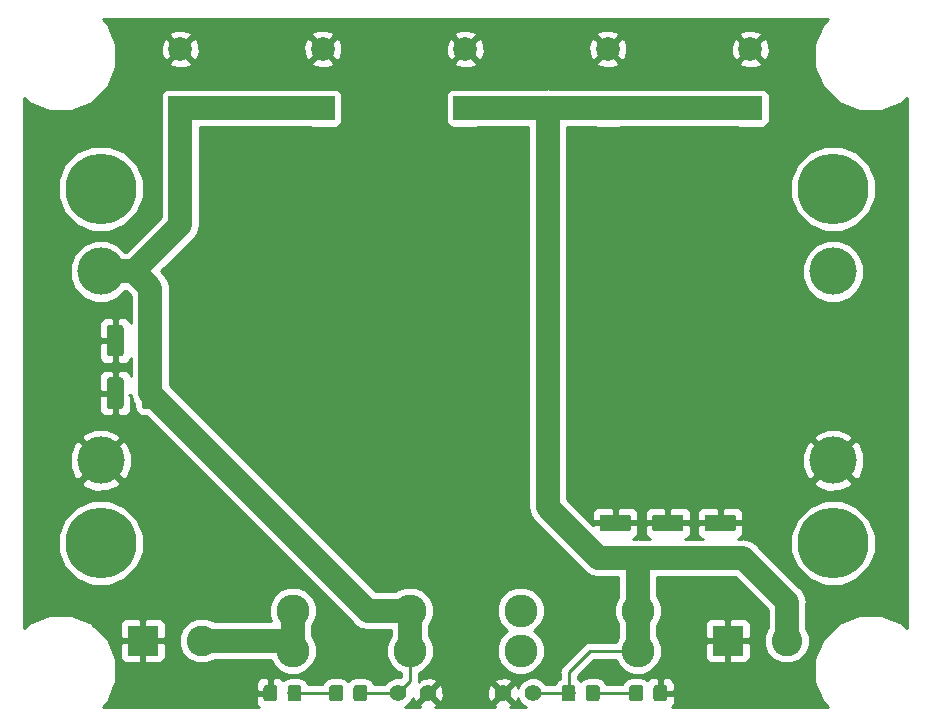
<source format=gtl>
G04 #@! TF.GenerationSoftware,KiCad,Pcbnew,5.0.2+dfsg1-1*
G04 #@! TF.CreationDate,2021-08-07T23:33:46+09:00*
G04 #@! TF.ProjectId,juice-plus,6a756963-652d-4706-9c75-732e6b696361,rev?*
G04 #@! TF.SameCoordinates,Original*
G04 #@! TF.FileFunction,Copper,L1,Top*
G04 #@! TF.FilePolarity,Positive*
%FSLAX46Y46*%
G04 Gerber Fmt 4.6, Leading zero omitted, Abs format (unit mm)*
G04 Created by KiCad (PCBNEW 5.0.2+dfsg1-1) date Sat 07 Aug 2021 11:33:46 PM JST*
%MOMM*%
%LPD*%
G01*
G04 APERTURE LIST*
G04 #@! TA.AperFunction,Conductor*
%ADD10C,0.100000*%
G04 #@! TD*
G04 #@! TA.AperFunction,SMDPad,CuDef*
%ADD11C,1.150000*%
G04 #@! TD*
G04 #@! TA.AperFunction,ComponentPad*
%ADD12C,2.780000*%
G04 #@! TD*
G04 #@! TA.AperFunction,ComponentPad*
%ADD13C,1.400000*%
G04 #@! TD*
G04 #@! TA.AperFunction,ComponentPad*
%ADD14R,2.600000X2.600000*%
G04 #@! TD*
G04 #@! TA.AperFunction,ComponentPad*
%ADD15C,2.600000*%
G04 #@! TD*
G04 #@! TA.AperFunction,ComponentPad*
%ADD16R,2.000000X2.000000*%
G04 #@! TD*
G04 #@! TA.AperFunction,ComponentPad*
%ADD17C,2.000000*%
G04 #@! TD*
G04 #@! TA.AperFunction,ComponentPad*
%ADD18C,6.000000*%
G04 #@! TD*
G04 #@! TA.AperFunction,ComponentPad*
%ADD19C,4.000000*%
G04 #@! TD*
G04 #@! TA.AperFunction,SMDPad,CuDef*
%ADD20C,1.425000*%
G04 #@! TD*
G04 #@! TA.AperFunction,ViaPad*
%ADD21C,0.800000*%
G04 #@! TD*
G04 #@! TA.AperFunction,Conductor*
%ADD22C,2.000000*%
G04 #@! TD*
G04 #@! TA.AperFunction,Conductor*
%ADD23C,0.250000*%
G04 #@! TD*
G04 #@! TA.AperFunction,Conductor*
%ADD24C,0.254000*%
G04 #@! TD*
G04 APERTURE END LIST*
D10*
G04 #@! TO.N,Net-(D1-Pad2)*
G04 #@! TO.C,D1*
G36*
X71614505Y-150431204D02*
X71638773Y-150434804D01*
X71662572Y-150440765D01*
X71685671Y-150449030D01*
X71707850Y-150459520D01*
X71728893Y-150472132D01*
X71748599Y-150486747D01*
X71766777Y-150503223D01*
X71783253Y-150521401D01*
X71797868Y-150541107D01*
X71810480Y-150562150D01*
X71820970Y-150584329D01*
X71829235Y-150607428D01*
X71835196Y-150631227D01*
X71838796Y-150655495D01*
X71840000Y-150679999D01*
X71840000Y-151580001D01*
X71838796Y-151604505D01*
X71835196Y-151628773D01*
X71829235Y-151652572D01*
X71820970Y-151675671D01*
X71810480Y-151697850D01*
X71797868Y-151718893D01*
X71783253Y-151738599D01*
X71766777Y-151756777D01*
X71748599Y-151773253D01*
X71728893Y-151787868D01*
X71707850Y-151800480D01*
X71685671Y-151810970D01*
X71662572Y-151819235D01*
X71638773Y-151825196D01*
X71614505Y-151828796D01*
X71590001Y-151830000D01*
X70939999Y-151830000D01*
X70915495Y-151828796D01*
X70891227Y-151825196D01*
X70867428Y-151819235D01*
X70844329Y-151810970D01*
X70822150Y-151800480D01*
X70801107Y-151787868D01*
X70781401Y-151773253D01*
X70763223Y-151756777D01*
X70746747Y-151738599D01*
X70732132Y-151718893D01*
X70719520Y-151697850D01*
X70709030Y-151675671D01*
X70700765Y-151652572D01*
X70694804Y-151628773D01*
X70691204Y-151604505D01*
X70690000Y-151580001D01*
X70690000Y-150679999D01*
X70691204Y-150655495D01*
X70694804Y-150631227D01*
X70700765Y-150607428D01*
X70709030Y-150584329D01*
X70719520Y-150562150D01*
X70732132Y-150541107D01*
X70746747Y-150521401D01*
X70763223Y-150503223D01*
X70781401Y-150486747D01*
X70801107Y-150472132D01*
X70822150Y-150459520D01*
X70844329Y-150449030D01*
X70867428Y-150440765D01*
X70891227Y-150434804D01*
X70915495Y-150431204D01*
X70939999Y-150430000D01*
X71590001Y-150430000D01*
X71614505Y-150431204D01*
X71614505Y-150431204D01*
G37*
D11*
G04 #@! TD*
G04 #@! TO.P,D1,2*
G04 #@! TO.N,Net-(D1-Pad2)*
X71265000Y-151130000D03*
D10*
G04 #@! TO.N,GND*
G04 #@! TO.C,D1*
G36*
X69564505Y-150431204D02*
X69588773Y-150434804D01*
X69612572Y-150440765D01*
X69635671Y-150449030D01*
X69657850Y-150459520D01*
X69678893Y-150472132D01*
X69698599Y-150486747D01*
X69716777Y-150503223D01*
X69733253Y-150521401D01*
X69747868Y-150541107D01*
X69760480Y-150562150D01*
X69770970Y-150584329D01*
X69779235Y-150607428D01*
X69785196Y-150631227D01*
X69788796Y-150655495D01*
X69790000Y-150679999D01*
X69790000Y-151580001D01*
X69788796Y-151604505D01*
X69785196Y-151628773D01*
X69779235Y-151652572D01*
X69770970Y-151675671D01*
X69760480Y-151697850D01*
X69747868Y-151718893D01*
X69733253Y-151738599D01*
X69716777Y-151756777D01*
X69698599Y-151773253D01*
X69678893Y-151787868D01*
X69657850Y-151800480D01*
X69635671Y-151810970D01*
X69612572Y-151819235D01*
X69588773Y-151825196D01*
X69564505Y-151828796D01*
X69540001Y-151830000D01*
X68889999Y-151830000D01*
X68865495Y-151828796D01*
X68841227Y-151825196D01*
X68817428Y-151819235D01*
X68794329Y-151810970D01*
X68772150Y-151800480D01*
X68751107Y-151787868D01*
X68731401Y-151773253D01*
X68713223Y-151756777D01*
X68696747Y-151738599D01*
X68682132Y-151718893D01*
X68669520Y-151697850D01*
X68659030Y-151675671D01*
X68650765Y-151652572D01*
X68644804Y-151628773D01*
X68641204Y-151604505D01*
X68640000Y-151580001D01*
X68640000Y-150679999D01*
X68641204Y-150655495D01*
X68644804Y-150631227D01*
X68650765Y-150607428D01*
X68659030Y-150584329D01*
X68669520Y-150562150D01*
X68682132Y-150541107D01*
X68696747Y-150521401D01*
X68713223Y-150503223D01*
X68731401Y-150486747D01*
X68751107Y-150472132D01*
X68772150Y-150459520D01*
X68794329Y-150449030D01*
X68817428Y-150440765D01*
X68841227Y-150434804D01*
X68865495Y-150431204D01*
X68889999Y-150430000D01*
X69540001Y-150430000D01*
X69564505Y-150431204D01*
X69564505Y-150431204D01*
G37*
D11*
G04 #@! TD*
G04 #@! TO.P,D1,1*
G04 #@! TO.N,GND*
X69215000Y-151130000D03*
D10*
G04 #@! TO.N,GND*
G04 #@! TO.C,D2*
G36*
X102584505Y-150431204D02*
X102608773Y-150434804D01*
X102632572Y-150440765D01*
X102655671Y-150449030D01*
X102677850Y-150459520D01*
X102698893Y-150472132D01*
X102718599Y-150486747D01*
X102736777Y-150503223D01*
X102753253Y-150521401D01*
X102767868Y-150541107D01*
X102780480Y-150562150D01*
X102790970Y-150584329D01*
X102799235Y-150607428D01*
X102805196Y-150631227D01*
X102808796Y-150655495D01*
X102810000Y-150679999D01*
X102810000Y-151580001D01*
X102808796Y-151604505D01*
X102805196Y-151628773D01*
X102799235Y-151652572D01*
X102790970Y-151675671D01*
X102780480Y-151697850D01*
X102767868Y-151718893D01*
X102753253Y-151738599D01*
X102736777Y-151756777D01*
X102718599Y-151773253D01*
X102698893Y-151787868D01*
X102677850Y-151800480D01*
X102655671Y-151810970D01*
X102632572Y-151819235D01*
X102608773Y-151825196D01*
X102584505Y-151828796D01*
X102560001Y-151830000D01*
X101909999Y-151830000D01*
X101885495Y-151828796D01*
X101861227Y-151825196D01*
X101837428Y-151819235D01*
X101814329Y-151810970D01*
X101792150Y-151800480D01*
X101771107Y-151787868D01*
X101751401Y-151773253D01*
X101733223Y-151756777D01*
X101716747Y-151738599D01*
X101702132Y-151718893D01*
X101689520Y-151697850D01*
X101679030Y-151675671D01*
X101670765Y-151652572D01*
X101664804Y-151628773D01*
X101661204Y-151604505D01*
X101660000Y-151580001D01*
X101660000Y-150679999D01*
X101661204Y-150655495D01*
X101664804Y-150631227D01*
X101670765Y-150607428D01*
X101679030Y-150584329D01*
X101689520Y-150562150D01*
X101702132Y-150541107D01*
X101716747Y-150521401D01*
X101733223Y-150503223D01*
X101751401Y-150486747D01*
X101771107Y-150472132D01*
X101792150Y-150459520D01*
X101814329Y-150449030D01*
X101837428Y-150440765D01*
X101861227Y-150434804D01*
X101885495Y-150431204D01*
X101909999Y-150430000D01*
X102560001Y-150430000D01*
X102584505Y-150431204D01*
X102584505Y-150431204D01*
G37*
D11*
G04 #@! TD*
G04 #@! TO.P,D2,1*
G04 #@! TO.N,GND*
X102235000Y-151130000D03*
D10*
G04 #@! TO.N,Net-(D2-Pad2)*
G04 #@! TO.C,D2*
G36*
X100534505Y-150431204D02*
X100558773Y-150434804D01*
X100582572Y-150440765D01*
X100605671Y-150449030D01*
X100627850Y-150459520D01*
X100648893Y-150472132D01*
X100668599Y-150486747D01*
X100686777Y-150503223D01*
X100703253Y-150521401D01*
X100717868Y-150541107D01*
X100730480Y-150562150D01*
X100740970Y-150584329D01*
X100749235Y-150607428D01*
X100755196Y-150631227D01*
X100758796Y-150655495D01*
X100760000Y-150679999D01*
X100760000Y-151580001D01*
X100758796Y-151604505D01*
X100755196Y-151628773D01*
X100749235Y-151652572D01*
X100740970Y-151675671D01*
X100730480Y-151697850D01*
X100717868Y-151718893D01*
X100703253Y-151738599D01*
X100686777Y-151756777D01*
X100668599Y-151773253D01*
X100648893Y-151787868D01*
X100627850Y-151800480D01*
X100605671Y-151810970D01*
X100582572Y-151819235D01*
X100558773Y-151825196D01*
X100534505Y-151828796D01*
X100510001Y-151830000D01*
X99859999Y-151830000D01*
X99835495Y-151828796D01*
X99811227Y-151825196D01*
X99787428Y-151819235D01*
X99764329Y-151810970D01*
X99742150Y-151800480D01*
X99721107Y-151787868D01*
X99701401Y-151773253D01*
X99683223Y-151756777D01*
X99666747Y-151738599D01*
X99652132Y-151718893D01*
X99639520Y-151697850D01*
X99629030Y-151675671D01*
X99620765Y-151652572D01*
X99614804Y-151628773D01*
X99611204Y-151604505D01*
X99610000Y-151580001D01*
X99610000Y-150679999D01*
X99611204Y-150655495D01*
X99614804Y-150631227D01*
X99620765Y-150607428D01*
X99629030Y-150584329D01*
X99639520Y-150562150D01*
X99652132Y-150541107D01*
X99666747Y-150521401D01*
X99683223Y-150503223D01*
X99701401Y-150486747D01*
X99721107Y-150472132D01*
X99742150Y-150459520D01*
X99764329Y-150449030D01*
X99787428Y-150440765D01*
X99811227Y-150434804D01*
X99835495Y-150431204D01*
X99859999Y-150430000D01*
X100510001Y-150430000D01*
X100534505Y-150431204D01*
X100534505Y-150431204D01*
G37*
D11*
G04 #@! TD*
G04 #@! TO.P,D2,2*
G04 #@! TO.N,Net-(D2-Pad2)*
X100185000Y-151130000D03*
D12*
G04 #@! TO.P,F1,1*
G04 #@! TO.N,+24V*
X81040000Y-147545000D03*
X81040000Y-144145000D03*
G04 #@! TO.P,F1,2*
G04 #@! TO.N,Net-(F1-Pad2)*
X71120000Y-147545000D03*
X71120000Y-144145000D03*
G04 #@! TD*
G04 #@! TO.P,F2,2*
G04 #@! TO.N,Net-(F2-Pad2)*
X90410000Y-144145000D03*
X90410000Y-147545000D03*
G04 #@! TO.P,F2,1*
G04 #@! TO.N,Net-(C10-Pad1)*
X100330000Y-144145000D03*
X100330000Y-147545000D03*
G04 #@! TD*
D10*
G04 #@! TO.N,Net-(D1-Pad2)*
G04 #@! TO.C,R1*
G36*
X75134505Y-150431204D02*
X75158773Y-150434804D01*
X75182572Y-150440765D01*
X75205671Y-150449030D01*
X75227850Y-150459520D01*
X75248893Y-150472132D01*
X75268599Y-150486747D01*
X75286777Y-150503223D01*
X75303253Y-150521401D01*
X75317868Y-150541107D01*
X75330480Y-150562150D01*
X75340970Y-150584329D01*
X75349235Y-150607428D01*
X75355196Y-150631227D01*
X75358796Y-150655495D01*
X75360000Y-150679999D01*
X75360000Y-151580001D01*
X75358796Y-151604505D01*
X75355196Y-151628773D01*
X75349235Y-151652572D01*
X75340970Y-151675671D01*
X75330480Y-151697850D01*
X75317868Y-151718893D01*
X75303253Y-151738599D01*
X75286777Y-151756777D01*
X75268599Y-151773253D01*
X75248893Y-151787868D01*
X75227850Y-151800480D01*
X75205671Y-151810970D01*
X75182572Y-151819235D01*
X75158773Y-151825196D01*
X75134505Y-151828796D01*
X75110001Y-151830000D01*
X74459999Y-151830000D01*
X74435495Y-151828796D01*
X74411227Y-151825196D01*
X74387428Y-151819235D01*
X74364329Y-151810970D01*
X74342150Y-151800480D01*
X74321107Y-151787868D01*
X74301401Y-151773253D01*
X74283223Y-151756777D01*
X74266747Y-151738599D01*
X74252132Y-151718893D01*
X74239520Y-151697850D01*
X74229030Y-151675671D01*
X74220765Y-151652572D01*
X74214804Y-151628773D01*
X74211204Y-151604505D01*
X74210000Y-151580001D01*
X74210000Y-150679999D01*
X74211204Y-150655495D01*
X74214804Y-150631227D01*
X74220765Y-150607428D01*
X74229030Y-150584329D01*
X74239520Y-150562150D01*
X74252132Y-150541107D01*
X74266747Y-150521401D01*
X74283223Y-150503223D01*
X74301401Y-150486747D01*
X74321107Y-150472132D01*
X74342150Y-150459520D01*
X74364329Y-150449030D01*
X74387428Y-150440765D01*
X74411227Y-150434804D01*
X74435495Y-150431204D01*
X74459999Y-150430000D01*
X75110001Y-150430000D01*
X75134505Y-150431204D01*
X75134505Y-150431204D01*
G37*
D11*
G04 #@! TD*
G04 #@! TO.P,R1,2*
G04 #@! TO.N,Net-(D1-Pad2)*
X74785000Y-151130000D03*
D10*
G04 #@! TO.N,+24V*
G04 #@! TO.C,R1*
G36*
X77184505Y-150431204D02*
X77208773Y-150434804D01*
X77232572Y-150440765D01*
X77255671Y-150449030D01*
X77277850Y-150459520D01*
X77298893Y-150472132D01*
X77318599Y-150486747D01*
X77336777Y-150503223D01*
X77353253Y-150521401D01*
X77367868Y-150541107D01*
X77380480Y-150562150D01*
X77390970Y-150584329D01*
X77399235Y-150607428D01*
X77405196Y-150631227D01*
X77408796Y-150655495D01*
X77410000Y-150679999D01*
X77410000Y-151580001D01*
X77408796Y-151604505D01*
X77405196Y-151628773D01*
X77399235Y-151652572D01*
X77390970Y-151675671D01*
X77380480Y-151697850D01*
X77367868Y-151718893D01*
X77353253Y-151738599D01*
X77336777Y-151756777D01*
X77318599Y-151773253D01*
X77298893Y-151787868D01*
X77277850Y-151800480D01*
X77255671Y-151810970D01*
X77232572Y-151819235D01*
X77208773Y-151825196D01*
X77184505Y-151828796D01*
X77160001Y-151830000D01*
X76509999Y-151830000D01*
X76485495Y-151828796D01*
X76461227Y-151825196D01*
X76437428Y-151819235D01*
X76414329Y-151810970D01*
X76392150Y-151800480D01*
X76371107Y-151787868D01*
X76351401Y-151773253D01*
X76333223Y-151756777D01*
X76316747Y-151738599D01*
X76302132Y-151718893D01*
X76289520Y-151697850D01*
X76279030Y-151675671D01*
X76270765Y-151652572D01*
X76264804Y-151628773D01*
X76261204Y-151604505D01*
X76260000Y-151580001D01*
X76260000Y-150679999D01*
X76261204Y-150655495D01*
X76264804Y-150631227D01*
X76270765Y-150607428D01*
X76279030Y-150584329D01*
X76289520Y-150562150D01*
X76302132Y-150541107D01*
X76316747Y-150521401D01*
X76333223Y-150503223D01*
X76351401Y-150486747D01*
X76371107Y-150472132D01*
X76392150Y-150459520D01*
X76414329Y-150449030D01*
X76437428Y-150440765D01*
X76461227Y-150434804D01*
X76485495Y-150431204D01*
X76509999Y-150430000D01*
X77160001Y-150430000D01*
X77184505Y-150431204D01*
X77184505Y-150431204D01*
G37*
D11*
G04 #@! TD*
G04 #@! TO.P,R1,1*
G04 #@! TO.N,+24V*
X76835000Y-151130000D03*
D10*
G04 #@! TO.N,Net-(D2-Pad2)*
G04 #@! TO.C,R2*
G36*
X96869505Y-150431204D02*
X96893773Y-150434804D01*
X96917572Y-150440765D01*
X96940671Y-150449030D01*
X96962850Y-150459520D01*
X96983893Y-150472132D01*
X97003599Y-150486747D01*
X97021777Y-150503223D01*
X97038253Y-150521401D01*
X97052868Y-150541107D01*
X97065480Y-150562150D01*
X97075970Y-150584329D01*
X97084235Y-150607428D01*
X97090196Y-150631227D01*
X97093796Y-150655495D01*
X97095000Y-150679999D01*
X97095000Y-151580001D01*
X97093796Y-151604505D01*
X97090196Y-151628773D01*
X97084235Y-151652572D01*
X97075970Y-151675671D01*
X97065480Y-151697850D01*
X97052868Y-151718893D01*
X97038253Y-151738599D01*
X97021777Y-151756777D01*
X97003599Y-151773253D01*
X96983893Y-151787868D01*
X96962850Y-151800480D01*
X96940671Y-151810970D01*
X96917572Y-151819235D01*
X96893773Y-151825196D01*
X96869505Y-151828796D01*
X96845001Y-151830000D01*
X96194999Y-151830000D01*
X96170495Y-151828796D01*
X96146227Y-151825196D01*
X96122428Y-151819235D01*
X96099329Y-151810970D01*
X96077150Y-151800480D01*
X96056107Y-151787868D01*
X96036401Y-151773253D01*
X96018223Y-151756777D01*
X96001747Y-151738599D01*
X95987132Y-151718893D01*
X95974520Y-151697850D01*
X95964030Y-151675671D01*
X95955765Y-151652572D01*
X95949804Y-151628773D01*
X95946204Y-151604505D01*
X95945000Y-151580001D01*
X95945000Y-150679999D01*
X95946204Y-150655495D01*
X95949804Y-150631227D01*
X95955765Y-150607428D01*
X95964030Y-150584329D01*
X95974520Y-150562150D01*
X95987132Y-150541107D01*
X96001747Y-150521401D01*
X96018223Y-150503223D01*
X96036401Y-150486747D01*
X96056107Y-150472132D01*
X96077150Y-150459520D01*
X96099329Y-150449030D01*
X96122428Y-150440765D01*
X96146227Y-150434804D01*
X96170495Y-150431204D01*
X96194999Y-150430000D01*
X96845001Y-150430000D01*
X96869505Y-150431204D01*
X96869505Y-150431204D01*
G37*
D11*
G04 #@! TD*
G04 #@! TO.P,R2,2*
G04 #@! TO.N,Net-(D2-Pad2)*
X96520000Y-151130000D03*
D10*
G04 #@! TO.N,Net-(C10-Pad1)*
G04 #@! TO.C,R2*
G36*
X94819505Y-150431204D02*
X94843773Y-150434804D01*
X94867572Y-150440765D01*
X94890671Y-150449030D01*
X94912850Y-150459520D01*
X94933893Y-150472132D01*
X94953599Y-150486747D01*
X94971777Y-150503223D01*
X94988253Y-150521401D01*
X95002868Y-150541107D01*
X95015480Y-150562150D01*
X95025970Y-150584329D01*
X95034235Y-150607428D01*
X95040196Y-150631227D01*
X95043796Y-150655495D01*
X95045000Y-150679999D01*
X95045000Y-151580001D01*
X95043796Y-151604505D01*
X95040196Y-151628773D01*
X95034235Y-151652572D01*
X95025970Y-151675671D01*
X95015480Y-151697850D01*
X95002868Y-151718893D01*
X94988253Y-151738599D01*
X94971777Y-151756777D01*
X94953599Y-151773253D01*
X94933893Y-151787868D01*
X94912850Y-151800480D01*
X94890671Y-151810970D01*
X94867572Y-151819235D01*
X94843773Y-151825196D01*
X94819505Y-151828796D01*
X94795001Y-151830000D01*
X94144999Y-151830000D01*
X94120495Y-151828796D01*
X94096227Y-151825196D01*
X94072428Y-151819235D01*
X94049329Y-151810970D01*
X94027150Y-151800480D01*
X94006107Y-151787868D01*
X93986401Y-151773253D01*
X93968223Y-151756777D01*
X93951747Y-151738599D01*
X93937132Y-151718893D01*
X93924520Y-151697850D01*
X93914030Y-151675671D01*
X93905765Y-151652572D01*
X93899804Y-151628773D01*
X93896204Y-151604505D01*
X93895000Y-151580001D01*
X93895000Y-150679999D01*
X93896204Y-150655495D01*
X93899804Y-150631227D01*
X93905765Y-150607428D01*
X93914030Y-150584329D01*
X93924520Y-150562150D01*
X93937132Y-150541107D01*
X93951747Y-150521401D01*
X93968223Y-150503223D01*
X93986401Y-150486747D01*
X94006107Y-150472132D01*
X94027150Y-150459520D01*
X94049329Y-150449030D01*
X94072428Y-150440765D01*
X94096227Y-150434804D01*
X94120495Y-150431204D01*
X94144999Y-150430000D01*
X94795001Y-150430000D01*
X94819505Y-150431204D01*
X94819505Y-150431204D01*
G37*
D11*
G04 #@! TD*
G04 #@! TO.P,R2,1*
G04 #@! TO.N,Net-(C10-Pad1)*
X94470000Y-151130000D03*
D13*
G04 #@! TO.P,TP1,1*
G04 #@! TO.N,GND*
X82550000Y-151130000D03*
G04 #@! TO.P,TP1,2*
G04 #@! TO.N,+24V*
X80010000Y-151130000D03*
G04 #@! TD*
G04 #@! TO.P,TP2,2*
G04 #@! TO.N,Net-(C10-Pad1)*
X91440000Y-151130000D03*
G04 #@! TO.P,TP2,1*
G04 #@! TO.N,GND*
X88900000Y-151130000D03*
G04 #@! TD*
D14*
G04 #@! TO.P,J1,1*
G04 #@! TO.N,GND*
X58420000Y-146685000D03*
D15*
G04 #@! TO.P,J1,2*
G04 #@! TO.N,Net-(F1-Pad2)*
X63420000Y-146685000D03*
G04 #@! TD*
D16*
G04 #@! TO.P,C1,1*
G04 #@! TO.N,+24V*
X61595000Y-101600000D03*
D17*
G04 #@! TO.P,C1,2*
G04 #@! TO.N,GND*
X61595000Y-96600000D03*
G04 #@! TD*
D14*
G04 #@! TO.P,J2,1*
G04 #@! TO.N,GND*
X107950000Y-146685000D03*
D15*
G04 #@! TO.P,J2,2*
G04 #@! TO.N,Net-(C10-Pad1)*
X112950000Y-146685000D03*
G04 #@! TD*
D18*
G04 #@! TO.P,U1,*
G04 #@! TO.N,*
X54864000Y-138430000D03*
X54864000Y-108430000D03*
X116864000Y-138430000D03*
X116864000Y-108430000D03*
D19*
G04 #@! TO.P,U1,1*
G04 #@! TO.N,GND*
X54864000Y-131430000D03*
G04 #@! TO.P,U1,2*
G04 #@! TO.N,+24V*
X54864000Y-115430000D03*
G04 #@! TO.P,U1,3*
G04 #@! TO.N,GND*
X116864000Y-131430000D03*
G04 #@! TO.P,U1,4*
G04 #@! TO.N,Net-(F2-Pad2)*
X116864000Y-115430000D03*
G04 #@! TD*
D17*
G04 #@! TO.P,C5,2*
G04 #@! TO.N,GND*
X97790000Y-96600000D03*
D16*
G04 #@! TO.P,C5,1*
G04 #@! TO.N,Net-(C10-Pad1)*
X97790000Y-101600000D03*
G04 #@! TD*
G04 #@! TO.P,C6,1*
G04 #@! TO.N,Net-(C10-Pad1)*
X85725000Y-101600000D03*
D17*
G04 #@! TO.P,C6,2*
G04 #@! TO.N,GND*
X85725000Y-96600000D03*
G04 #@! TD*
D10*
G04 #@! TO.N,GND*
G04 #@! TO.C,C3*
G36*
X56567004Y-119961204D02*
X56591273Y-119964804D01*
X56615071Y-119970765D01*
X56638171Y-119979030D01*
X56660349Y-119989520D01*
X56681393Y-120002133D01*
X56701098Y-120016747D01*
X56719277Y-120033223D01*
X56735753Y-120051402D01*
X56750367Y-120071107D01*
X56762980Y-120092151D01*
X56773470Y-120114329D01*
X56781735Y-120137429D01*
X56787696Y-120161227D01*
X56791296Y-120185496D01*
X56792500Y-120210000D01*
X56792500Y-122360000D01*
X56791296Y-122384504D01*
X56787696Y-122408773D01*
X56781735Y-122432571D01*
X56773470Y-122455671D01*
X56762980Y-122477849D01*
X56750367Y-122498893D01*
X56735753Y-122518598D01*
X56719277Y-122536777D01*
X56701098Y-122553253D01*
X56681393Y-122567867D01*
X56660349Y-122580480D01*
X56638171Y-122590970D01*
X56615071Y-122599235D01*
X56591273Y-122605196D01*
X56567004Y-122608796D01*
X56542500Y-122610000D01*
X55617500Y-122610000D01*
X55592996Y-122608796D01*
X55568727Y-122605196D01*
X55544929Y-122599235D01*
X55521829Y-122590970D01*
X55499651Y-122580480D01*
X55478607Y-122567867D01*
X55458902Y-122553253D01*
X55440723Y-122536777D01*
X55424247Y-122518598D01*
X55409633Y-122498893D01*
X55397020Y-122477849D01*
X55386530Y-122455671D01*
X55378265Y-122432571D01*
X55372304Y-122408773D01*
X55368704Y-122384504D01*
X55367500Y-122360000D01*
X55367500Y-120210000D01*
X55368704Y-120185496D01*
X55372304Y-120161227D01*
X55378265Y-120137429D01*
X55386530Y-120114329D01*
X55397020Y-120092151D01*
X55409633Y-120071107D01*
X55424247Y-120051402D01*
X55440723Y-120033223D01*
X55458902Y-120016747D01*
X55478607Y-120002133D01*
X55499651Y-119989520D01*
X55521829Y-119979030D01*
X55544929Y-119970765D01*
X55568727Y-119964804D01*
X55592996Y-119961204D01*
X55617500Y-119960000D01*
X56542500Y-119960000D01*
X56567004Y-119961204D01*
X56567004Y-119961204D01*
G37*
D20*
G04 #@! TD*
G04 #@! TO.P,C3,2*
G04 #@! TO.N,GND*
X56080000Y-121285000D03*
D10*
G04 #@! TO.N,+24V*
G04 #@! TO.C,C3*
G36*
X59542004Y-119961204D02*
X59566273Y-119964804D01*
X59590071Y-119970765D01*
X59613171Y-119979030D01*
X59635349Y-119989520D01*
X59656393Y-120002133D01*
X59676098Y-120016747D01*
X59694277Y-120033223D01*
X59710753Y-120051402D01*
X59725367Y-120071107D01*
X59737980Y-120092151D01*
X59748470Y-120114329D01*
X59756735Y-120137429D01*
X59762696Y-120161227D01*
X59766296Y-120185496D01*
X59767500Y-120210000D01*
X59767500Y-122360000D01*
X59766296Y-122384504D01*
X59762696Y-122408773D01*
X59756735Y-122432571D01*
X59748470Y-122455671D01*
X59737980Y-122477849D01*
X59725367Y-122498893D01*
X59710753Y-122518598D01*
X59694277Y-122536777D01*
X59676098Y-122553253D01*
X59656393Y-122567867D01*
X59635349Y-122580480D01*
X59613171Y-122590970D01*
X59590071Y-122599235D01*
X59566273Y-122605196D01*
X59542004Y-122608796D01*
X59517500Y-122610000D01*
X58592500Y-122610000D01*
X58567996Y-122608796D01*
X58543727Y-122605196D01*
X58519929Y-122599235D01*
X58496829Y-122590970D01*
X58474651Y-122580480D01*
X58453607Y-122567867D01*
X58433902Y-122553253D01*
X58415723Y-122536777D01*
X58399247Y-122518598D01*
X58384633Y-122498893D01*
X58372020Y-122477849D01*
X58361530Y-122455671D01*
X58353265Y-122432571D01*
X58347304Y-122408773D01*
X58343704Y-122384504D01*
X58342500Y-122360000D01*
X58342500Y-120210000D01*
X58343704Y-120185496D01*
X58347304Y-120161227D01*
X58353265Y-120137429D01*
X58361530Y-120114329D01*
X58372020Y-120092151D01*
X58384633Y-120071107D01*
X58399247Y-120051402D01*
X58415723Y-120033223D01*
X58433902Y-120016747D01*
X58453607Y-120002133D01*
X58474651Y-119989520D01*
X58496829Y-119979030D01*
X58519929Y-119970765D01*
X58543727Y-119964804D01*
X58567996Y-119961204D01*
X58592500Y-119960000D01*
X59517500Y-119960000D01*
X59542004Y-119961204D01*
X59542004Y-119961204D01*
G37*
D20*
G04 #@! TD*
G04 #@! TO.P,C3,1*
G04 #@! TO.N,+24V*
X59055000Y-121285000D03*
D10*
G04 #@! TO.N,Net-(C10-Pad1)*
G04 #@! TO.C,C8*
G36*
X99524504Y-138988704D02*
X99548773Y-138992304D01*
X99572571Y-138998265D01*
X99595671Y-139006530D01*
X99617849Y-139017020D01*
X99638893Y-139029633D01*
X99658598Y-139044247D01*
X99676777Y-139060723D01*
X99693253Y-139078902D01*
X99707867Y-139098607D01*
X99720480Y-139119651D01*
X99730970Y-139141829D01*
X99739235Y-139164929D01*
X99745196Y-139188727D01*
X99748796Y-139212996D01*
X99750000Y-139237500D01*
X99750000Y-140162500D01*
X99748796Y-140187004D01*
X99745196Y-140211273D01*
X99739235Y-140235071D01*
X99730970Y-140258171D01*
X99720480Y-140280349D01*
X99707867Y-140301393D01*
X99693253Y-140321098D01*
X99676777Y-140339277D01*
X99658598Y-140355753D01*
X99638893Y-140370367D01*
X99617849Y-140382980D01*
X99595671Y-140393470D01*
X99572571Y-140401735D01*
X99548773Y-140407696D01*
X99524504Y-140411296D01*
X99500000Y-140412500D01*
X97350000Y-140412500D01*
X97325496Y-140411296D01*
X97301227Y-140407696D01*
X97277429Y-140401735D01*
X97254329Y-140393470D01*
X97232151Y-140382980D01*
X97211107Y-140370367D01*
X97191402Y-140355753D01*
X97173223Y-140339277D01*
X97156747Y-140321098D01*
X97142133Y-140301393D01*
X97129520Y-140280349D01*
X97119030Y-140258171D01*
X97110765Y-140235071D01*
X97104804Y-140211273D01*
X97101204Y-140187004D01*
X97100000Y-140162500D01*
X97100000Y-139237500D01*
X97101204Y-139212996D01*
X97104804Y-139188727D01*
X97110765Y-139164929D01*
X97119030Y-139141829D01*
X97129520Y-139119651D01*
X97142133Y-139098607D01*
X97156747Y-139078902D01*
X97173223Y-139060723D01*
X97191402Y-139044247D01*
X97211107Y-139029633D01*
X97232151Y-139017020D01*
X97254329Y-139006530D01*
X97277429Y-138998265D01*
X97301227Y-138992304D01*
X97325496Y-138988704D01*
X97350000Y-138987500D01*
X99500000Y-138987500D01*
X99524504Y-138988704D01*
X99524504Y-138988704D01*
G37*
D20*
G04 #@! TD*
G04 #@! TO.P,C8,1*
G04 #@! TO.N,Net-(C10-Pad1)*
X98425000Y-139700000D03*
D10*
G04 #@! TO.N,GND*
G04 #@! TO.C,C8*
G36*
X99524504Y-136013704D02*
X99548773Y-136017304D01*
X99572571Y-136023265D01*
X99595671Y-136031530D01*
X99617849Y-136042020D01*
X99638893Y-136054633D01*
X99658598Y-136069247D01*
X99676777Y-136085723D01*
X99693253Y-136103902D01*
X99707867Y-136123607D01*
X99720480Y-136144651D01*
X99730970Y-136166829D01*
X99739235Y-136189929D01*
X99745196Y-136213727D01*
X99748796Y-136237996D01*
X99750000Y-136262500D01*
X99750000Y-137187500D01*
X99748796Y-137212004D01*
X99745196Y-137236273D01*
X99739235Y-137260071D01*
X99730970Y-137283171D01*
X99720480Y-137305349D01*
X99707867Y-137326393D01*
X99693253Y-137346098D01*
X99676777Y-137364277D01*
X99658598Y-137380753D01*
X99638893Y-137395367D01*
X99617849Y-137407980D01*
X99595671Y-137418470D01*
X99572571Y-137426735D01*
X99548773Y-137432696D01*
X99524504Y-137436296D01*
X99500000Y-137437500D01*
X97350000Y-137437500D01*
X97325496Y-137436296D01*
X97301227Y-137432696D01*
X97277429Y-137426735D01*
X97254329Y-137418470D01*
X97232151Y-137407980D01*
X97211107Y-137395367D01*
X97191402Y-137380753D01*
X97173223Y-137364277D01*
X97156747Y-137346098D01*
X97142133Y-137326393D01*
X97129520Y-137305349D01*
X97119030Y-137283171D01*
X97110765Y-137260071D01*
X97104804Y-137236273D01*
X97101204Y-137212004D01*
X97100000Y-137187500D01*
X97100000Y-136262500D01*
X97101204Y-136237996D01*
X97104804Y-136213727D01*
X97110765Y-136189929D01*
X97119030Y-136166829D01*
X97129520Y-136144651D01*
X97142133Y-136123607D01*
X97156747Y-136103902D01*
X97173223Y-136085723D01*
X97191402Y-136069247D01*
X97211107Y-136054633D01*
X97232151Y-136042020D01*
X97254329Y-136031530D01*
X97277429Y-136023265D01*
X97301227Y-136017304D01*
X97325496Y-136013704D01*
X97350000Y-136012500D01*
X99500000Y-136012500D01*
X99524504Y-136013704D01*
X99524504Y-136013704D01*
G37*
D20*
G04 #@! TD*
G04 #@! TO.P,C8,2*
G04 #@! TO.N,GND*
X98425000Y-136725000D03*
D10*
G04 #@! TO.N,Net-(C10-Pad1)*
G04 #@! TO.C,C9*
G36*
X103969504Y-138988704D02*
X103993773Y-138992304D01*
X104017571Y-138998265D01*
X104040671Y-139006530D01*
X104062849Y-139017020D01*
X104083893Y-139029633D01*
X104103598Y-139044247D01*
X104121777Y-139060723D01*
X104138253Y-139078902D01*
X104152867Y-139098607D01*
X104165480Y-139119651D01*
X104175970Y-139141829D01*
X104184235Y-139164929D01*
X104190196Y-139188727D01*
X104193796Y-139212996D01*
X104195000Y-139237500D01*
X104195000Y-140162500D01*
X104193796Y-140187004D01*
X104190196Y-140211273D01*
X104184235Y-140235071D01*
X104175970Y-140258171D01*
X104165480Y-140280349D01*
X104152867Y-140301393D01*
X104138253Y-140321098D01*
X104121777Y-140339277D01*
X104103598Y-140355753D01*
X104083893Y-140370367D01*
X104062849Y-140382980D01*
X104040671Y-140393470D01*
X104017571Y-140401735D01*
X103993773Y-140407696D01*
X103969504Y-140411296D01*
X103945000Y-140412500D01*
X101795000Y-140412500D01*
X101770496Y-140411296D01*
X101746227Y-140407696D01*
X101722429Y-140401735D01*
X101699329Y-140393470D01*
X101677151Y-140382980D01*
X101656107Y-140370367D01*
X101636402Y-140355753D01*
X101618223Y-140339277D01*
X101601747Y-140321098D01*
X101587133Y-140301393D01*
X101574520Y-140280349D01*
X101564030Y-140258171D01*
X101555765Y-140235071D01*
X101549804Y-140211273D01*
X101546204Y-140187004D01*
X101545000Y-140162500D01*
X101545000Y-139237500D01*
X101546204Y-139212996D01*
X101549804Y-139188727D01*
X101555765Y-139164929D01*
X101564030Y-139141829D01*
X101574520Y-139119651D01*
X101587133Y-139098607D01*
X101601747Y-139078902D01*
X101618223Y-139060723D01*
X101636402Y-139044247D01*
X101656107Y-139029633D01*
X101677151Y-139017020D01*
X101699329Y-139006530D01*
X101722429Y-138998265D01*
X101746227Y-138992304D01*
X101770496Y-138988704D01*
X101795000Y-138987500D01*
X103945000Y-138987500D01*
X103969504Y-138988704D01*
X103969504Y-138988704D01*
G37*
D20*
G04 #@! TD*
G04 #@! TO.P,C9,1*
G04 #@! TO.N,Net-(C10-Pad1)*
X102870000Y-139700000D03*
D10*
G04 #@! TO.N,GND*
G04 #@! TO.C,C9*
G36*
X103969504Y-136013704D02*
X103993773Y-136017304D01*
X104017571Y-136023265D01*
X104040671Y-136031530D01*
X104062849Y-136042020D01*
X104083893Y-136054633D01*
X104103598Y-136069247D01*
X104121777Y-136085723D01*
X104138253Y-136103902D01*
X104152867Y-136123607D01*
X104165480Y-136144651D01*
X104175970Y-136166829D01*
X104184235Y-136189929D01*
X104190196Y-136213727D01*
X104193796Y-136237996D01*
X104195000Y-136262500D01*
X104195000Y-137187500D01*
X104193796Y-137212004D01*
X104190196Y-137236273D01*
X104184235Y-137260071D01*
X104175970Y-137283171D01*
X104165480Y-137305349D01*
X104152867Y-137326393D01*
X104138253Y-137346098D01*
X104121777Y-137364277D01*
X104103598Y-137380753D01*
X104083893Y-137395367D01*
X104062849Y-137407980D01*
X104040671Y-137418470D01*
X104017571Y-137426735D01*
X103993773Y-137432696D01*
X103969504Y-137436296D01*
X103945000Y-137437500D01*
X101795000Y-137437500D01*
X101770496Y-137436296D01*
X101746227Y-137432696D01*
X101722429Y-137426735D01*
X101699329Y-137418470D01*
X101677151Y-137407980D01*
X101656107Y-137395367D01*
X101636402Y-137380753D01*
X101618223Y-137364277D01*
X101601747Y-137346098D01*
X101587133Y-137326393D01*
X101574520Y-137305349D01*
X101564030Y-137283171D01*
X101555765Y-137260071D01*
X101549804Y-137236273D01*
X101546204Y-137212004D01*
X101545000Y-137187500D01*
X101545000Y-136262500D01*
X101546204Y-136237996D01*
X101549804Y-136213727D01*
X101555765Y-136189929D01*
X101564030Y-136166829D01*
X101574520Y-136144651D01*
X101587133Y-136123607D01*
X101601747Y-136103902D01*
X101618223Y-136085723D01*
X101636402Y-136069247D01*
X101656107Y-136054633D01*
X101677151Y-136042020D01*
X101699329Y-136031530D01*
X101722429Y-136023265D01*
X101746227Y-136017304D01*
X101770496Y-136013704D01*
X101795000Y-136012500D01*
X103945000Y-136012500D01*
X103969504Y-136013704D01*
X103969504Y-136013704D01*
G37*
D20*
G04 #@! TD*
G04 #@! TO.P,C9,2*
G04 #@! TO.N,GND*
X102870000Y-136725000D03*
D17*
G04 #@! TO.P,C2,2*
G04 #@! TO.N,GND*
X73660000Y-96600000D03*
D16*
G04 #@! TO.P,C2,1*
G04 #@! TO.N,+24V*
X73660000Y-101600000D03*
G04 #@! TD*
D10*
G04 #@! TO.N,+24V*
G04 #@! TO.C,C4*
G36*
X59542004Y-124406204D02*
X59566273Y-124409804D01*
X59590071Y-124415765D01*
X59613171Y-124424030D01*
X59635349Y-124434520D01*
X59656393Y-124447133D01*
X59676098Y-124461747D01*
X59694277Y-124478223D01*
X59710753Y-124496402D01*
X59725367Y-124516107D01*
X59737980Y-124537151D01*
X59748470Y-124559329D01*
X59756735Y-124582429D01*
X59762696Y-124606227D01*
X59766296Y-124630496D01*
X59767500Y-124655000D01*
X59767500Y-126805000D01*
X59766296Y-126829504D01*
X59762696Y-126853773D01*
X59756735Y-126877571D01*
X59748470Y-126900671D01*
X59737980Y-126922849D01*
X59725367Y-126943893D01*
X59710753Y-126963598D01*
X59694277Y-126981777D01*
X59676098Y-126998253D01*
X59656393Y-127012867D01*
X59635349Y-127025480D01*
X59613171Y-127035970D01*
X59590071Y-127044235D01*
X59566273Y-127050196D01*
X59542004Y-127053796D01*
X59517500Y-127055000D01*
X58592500Y-127055000D01*
X58567996Y-127053796D01*
X58543727Y-127050196D01*
X58519929Y-127044235D01*
X58496829Y-127035970D01*
X58474651Y-127025480D01*
X58453607Y-127012867D01*
X58433902Y-126998253D01*
X58415723Y-126981777D01*
X58399247Y-126963598D01*
X58384633Y-126943893D01*
X58372020Y-126922849D01*
X58361530Y-126900671D01*
X58353265Y-126877571D01*
X58347304Y-126853773D01*
X58343704Y-126829504D01*
X58342500Y-126805000D01*
X58342500Y-124655000D01*
X58343704Y-124630496D01*
X58347304Y-124606227D01*
X58353265Y-124582429D01*
X58361530Y-124559329D01*
X58372020Y-124537151D01*
X58384633Y-124516107D01*
X58399247Y-124496402D01*
X58415723Y-124478223D01*
X58433902Y-124461747D01*
X58453607Y-124447133D01*
X58474651Y-124434520D01*
X58496829Y-124424030D01*
X58519929Y-124415765D01*
X58543727Y-124409804D01*
X58567996Y-124406204D01*
X58592500Y-124405000D01*
X59517500Y-124405000D01*
X59542004Y-124406204D01*
X59542004Y-124406204D01*
G37*
D20*
G04 #@! TD*
G04 #@! TO.P,C4,1*
G04 #@! TO.N,+24V*
X59055000Y-125730000D03*
D10*
G04 #@! TO.N,GND*
G04 #@! TO.C,C4*
G36*
X56567004Y-124406204D02*
X56591273Y-124409804D01*
X56615071Y-124415765D01*
X56638171Y-124424030D01*
X56660349Y-124434520D01*
X56681393Y-124447133D01*
X56701098Y-124461747D01*
X56719277Y-124478223D01*
X56735753Y-124496402D01*
X56750367Y-124516107D01*
X56762980Y-124537151D01*
X56773470Y-124559329D01*
X56781735Y-124582429D01*
X56787696Y-124606227D01*
X56791296Y-124630496D01*
X56792500Y-124655000D01*
X56792500Y-126805000D01*
X56791296Y-126829504D01*
X56787696Y-126853773D01*
X56781735Y-126877571D01*
X56773470Y-126900671D01*
X56762980Y-126922849D01*
X56750367Y-126943893D01*
X56735753Y-126963598D01*
X56719277Y-126981777D01*
X56701098Y-126998253D01*
X56681393Y-127012867D01*
X56660349Y-127025480D01*
X56638171Y-127035970D01*
X56615071Y-127044235D01*
X56591273Y-127050196D01*
X56567004Y-127053796D01*
X56542500Y-127055000D01*
X55617500Y-127055000D01*
X55592996Y-127053796D01*
X55568727Y-127050196D01*
X55544929Y-127044235D01*
X55521829Y-127035970D01*
X55499651Y-127025480D01*
X55478607Y-127012867D01*
X55458902Y-126998253D01*
X55440723Y-126981777D01*
X55424247Y-126963598D01*
X55409633Y-126943893D01*
X55397020Y-126922849D01*
X55386530Y-126900671D01*
X55378265Y-126877571D01*
X55372304Y-126853773D01*
X55368704Y-126829504D01*
X55367500Y-126805000D01*
X55367500Y-124655000D01*
X55368704Y-124630496D01*
X55372304Y-124606227D01*
X55378265Y-124582429D01*
X55386530Y-124559329D01*
X55397020Y-124537151D01*
X55409633Y-124516107D01*
X55424247Y-124496402D01*
X55440723Y-124478223D01*
X55458902Y-124461747D01*
X55478607Y-124447133D01*
X55499651Y-124434520D01*
X55521829Y-124424030D01*
X55544929Y-124415765D01*
X55568727Y-124409804D01*
X55592996Y-124406204D01*
X55617500Y-124405000D01*
X56542500Y-124405000D01*
X56567004Y-124406204D01*
X56567004Y-124406204D01*
G37*
D20*
G04 #@! TD*
G04 #@! TO.P,C4,2*
G04 #@! TO.N,GND*
X56080000Y-125730000D03*
D16*
G04 #@! TO.P,C7,1*
G04 #@! TO.N,Net-(C10-Pad1)*
X109855000Y-101600000D03*
D17*
G04 #@! TO.P,C7,2*
G04 #@! TO.N,GND*
X109855000Y-96600000D03*
G04 #@! TD*
D10*
G04 #@! TO.N,GND*
G04 #@! TO.C,C10*
G36*
X108414504Y-136013704D02*
X108438773Y-136017304D01*
X108462571Y-136023265D01*
X108485671Y-136031530D01*
X108507849Y-136042020D01*
X108528893Y-136054633D01*
X108548598Y-136069247D01*
X108566777Y-136085723D01*
X108583253Y-136103902D01*
X108597867Y-136123607D01*
X108610480Y-136144651D01*
X108620970Y-136166829D01*
X108629235Y-136189929D01*
X108635196Y-136213727D01*
X108638796Y-136237996D01*
X108640000Y-136262500D01*
X108640000Y-137187500D01*
X108638796Y-137212004D01*
X108635196Y-137236273D01*
X108629235Y-137260071D01*
X108620970Y-137283171D01*
X108610480Y-137305349D01*
X108597867Y-137326393D01*
X108583253Y-137346098D01*
X108566777Y-137364277D01*
X108548598Y-137380753D01*
X108528893Y-137395367D01*
X108507849Y-137407980D01*
X108485671Y-137418470D01*
X108462571Y-137426735D01*
X108438773Y-137432696D01*
X108414504Y-137436296D01*
X108390000Y-137437500D01*
X106240000Y-137437500D01*
X106215496Y-137436296D01*
X106191227Y-137432696D01*
X106167429Y-137426735D01*
X106144329Y-137418470D01*
X106122151Y-137407980D01*
X106101107Y-137395367D01*
X106081402Y-137380753D01*
X106063223Y-137364277D01*
X106046747Y-137346098D01*
X106032133Y-137326393D01*
X106019520Y-137305349D01*
X106009030Y-137283171D01*
X106000765Y-137260071D01*
X105994804Y-137236273D01*
X105991204Y-137212004D01*
X105990000Y-137187500D01*
X105990000Y-136262500D01*
X105991204Y-136237996D01*
X105994804Y-136213727D01*
X106000765Y-136189929D01*
X106009030Y-136166829D01*
X106019520Y-136144651D01*
X106032133Y-136123607D01*
X106046747Y-136103902D01*
X106063223Y-136085723D01*
X106081402Y-136069247D01*
X106101107Y-136054633D01*
X106122151Y-136042020D01*
X106144329Y-136031530D01*
X106167429Y-136023265D01*
X106191227Y-136017304D01*
X106215496Y-136013704D01*
X106240000Y-136012500D01*
X108390000Y-136012500D01*
X108414504Y-136013704D01*
X108414504Y-136013704D01*
G37*
D20*
G04 #@! TD*
G04 #@! TO.P,C10,2*
G04 #@! TO.N,GND*
X107315000Y-136725000D03*
D10*
G04 #@! TO.N,Net-(C10-Pad1)*
G04 #@! TO.C,C10*
G36*
X108414504Y-138988704D02*
X108438773Y-138992304D01*
X108462571Y-138998265D01*
X108485671Y-139006530D01*
X108507849Y-139017020D01*
X108528893Y-139029633D01*
X108548598Y-139044247D01*
X108566777Y-139060723D01*
X108583253Y-139078902D01*
X108597867Y-139098607D01*
X108610480Y-139119651D01*
X108620970Y-139141829D01*
X108629235Y-139164929D01*
X108635196Y-139188727D01*
X108638796Y-139212996D01*
X108640000Y-139237500D01*
X108640000Y-140162500D01*
X108638796Y-140187004D01*
X108635196Y-140211273D01*
X108629235Y-140235071D01*
X108620970Y-140258171D01*
X108610480Y-140280349D01*
X108597867Y-140301393D01*
X108583253Y-140321098D01*
X108566777Y-140339277D01*
X108548598Y-140355753D01*
X108528893Y-140370367D01*
X108507849Y-140382980D01*
X108485671Y-140393470D01*
X108462571Y-140401735D01*
X108438773Y-140407696D01*
X108414504Y-140411296D01*
X108390000Y-140412500D01*
X106240000Y-140412500D01*
X106215496Y-140411296D01*
X106191227Y-140407696D01*
X106167429Y-140401735D01*
X106144329Y-140393470D01*
X106122151Y-140382980D01*
X106101107Y-140370367D01*
X106081402Y-140355753D01*
X106063223Y-140339277D01*
X106046747Y-140321098D01*
X106032133Y-140301393D01*
X106019520Y-140280349D01*
X106009030Y-140258171D01*
X106000765Y-140235071D01*
X105994804Y-140211273D01*
X105991204Y-140187004D01*
X105990000Y-140162500D01*
X105990000Y-139237500D01*
X105991204Y-139212996D01*
X105994804Y-139188727D01*
X106000765Y-139164929D01*
X106009030Y-139141829D01*
X106019520Y-139119651D01*
X106032133Y-139098607D01*
X106046747Y-139078902D01*
X106063223Y-139060723D01*
X106081402Y-139044247D01*
X106101107Y-139029633D01*
X106122151Y-139017020D01*
X106144329Y-139006530D01*
X106167429Y-138998265D01*
X106191227Y-138992304D01*
X106215496Y-138988704D01*
X106240000Y-138987500D01*
X108390000Y-138987500D01*
X108414504Y-138988704D01*
X108414504Y-138988704D01*
G37*
D20*
G04 #@! TD*
G04 #@! TO.P,C10,1*
G04 #@! TO.N,Net-(C10-Pad1)*
X107315000Y-139700000D03*
D21*
G04 #@! TO.N,GND*
X53975000Y-125730000D03*
X53975000Y-121285000D03*
X98425000Y-134620000D03*
X102870000Y-134620000D03*
X107315000Y-134620000D03*
X48895000Y-143510000D03*
X48895000Y-138430000D03*
X48895000Y-133350000D03*
X48895000Y-128270000D03*
X48895000Y-123190000D03*
X48895000Y-118110000D03*
X48895000Y-113030000D03*
X48895000Y-107950000D03*
X48895000Y-102870000D03*
X122555000Y-102870000D03*
X122555000Y-107950000D03*
X122555000Y-113030000D03*
X122555000Y-118110000D03*
X122555000Y-123190000D03*
X122555000Y-128270000D03*
X122555000Y-133350000D03*
X122555000Y-138430000D03*
X122555000Y-143510000D03*
G04 #@! TD*
D22*
G04 #@! TO.N,+24V*
X81040000Y-147545000D02*
X81040000Y-144145000D01*
X73660000Y-101600000D02*
X61595000Y-101600000D01*
X77470000Y-144145000D02*
X81040000Y-144145000D01*
X59055000Y-125730000D02*
X77470000Y-144145000D01*
D23*
X81040000Y-150100000D02*
X80010000Y-151130000D01*
X81040000Y-147545000D02*
X81040000Y-150100000D01*
X80010000Y-151130000D02*
X76345000Y-151130000D01*
D22*
X57692427Y-115430000D02*
X61595000Y-111527427D01*
X54864000Y-115430000D02*
X57692427Y-115430000D01*
X61595000Y-111527427D02*
X61595000Y-101600000D01*
X59055000Y-116792573D02*
X57692427Y-115430000D01*
X59055000Y-125730000D02*
X59055000Y-116792573D01*
G04 #@! TO.N,Net-(C10-Pad1)*
X92710000Y-135410000D02*
X97000000Y-139700000D01*
X92710000Y-101600000D02*
X92710000Y-135410000D01*
X92710000Y-101600000D02*
X109855000Y-101600000D01*
X97000000Y-139700000D02*
X98425000Y-139700000D01*
X85725000Y-101600000D02*
X92710000Y-101600000D01*
X100330000Y-139700000D02*
X100330000Y-147320000D01*
X100330000Y-139700000D02*
X107315000Y-139700000D01*
X98425000Y-139700000D02*
X100330000Y-139700000D01*
X107315000Y-139700000D02*
X109220000Y-139700000D01*
X112950000Y-143430000D02*
X112950000Y-146685000D01*
X109220000Y-139700000D02*
X112950000Y-143430000D01*
D23*
X100330000Y-147545000D02*
X96295000Y-147545000D01*
X94470000Y-149370000D02*
X94470000Y-151130000D01*
X96295000Y-147545000D02*
X94470000Y-149370000D01*
X91440000Y-151130000D02*
X94470000Y-151130000D01*
G04 #@! TO.N,Net-(D1-Pad2)*
X71265000Y-151130000D02*
X74785000Y-151130000D01*
G04 #@! TO.N,Net-(D2-Pad2)*
X96520000Y-151130000D02*
X100185000Y-151130000D01*
D22*
G04 #@! TO.N,Net-(F1-Pad2)*
X70260000Y-146685000D02*
X71120000Y-147545000D01*
X63420000Y-146685000D02*
X70260000Y-146685000D01*
X71120000Y-147545000D02*
X71120000Y-144145000D01*
G04 #@! TD*
D24*
G04 #@! TO.N,GND*
G36*
X116007643Y-94477370D02*
X115288000Y-96214741D01*
X115288000Y-98095259D01*
X116007643Y-99832630D01*
X117337370Y-101162357D01*
X119074741Y-101882000D01*
X120955259Y-101882000D01*
X122692630Y-101162357D01*
X123115000Y-100739987D01*
X123115001Y-145640014D01*
X122692630Y-145217643D01*
X120955259Y-144498000D01*
X119074741Y-144498000D01*
X117337370Y-145217643D01*
X116007643Y-146547370D01*
X115288000Y-148284741D01*
X115288000Y-150165259D01*
X116007643Y-151902630D01*
X116430013Y-152325000D01*
X103213025Y-152325000D01*
X103348327Y-152189699D01*
X103445000Y-151956310D01*
X103445000Y-151415750D01*
X103286250Y-151257000D01*
X102362000Y-151257000D01*
X102362000Y-151277000D01*
X102108000Y-151277000D01*
X102108000Y-151257000D01*
X102088000Y-151257000D01*
X102088000Y-151003000D01*
X102108000Y-151003000D01*
X102108000Y-149953750D01*
X102362000Y-149953750D01*
X102362000Y-151003000D01*
X103286250Y-151003000D01*
X103445000Y-150844250D01*
X103445000Y-150303690D01*
X103348327Y-150070301D01*
X103169698Y-149891673D01*
X102936309Y-149795000D01*
X102520750Y-149795000D01*
X102362000Y-149953750D01*
X102108000Y-149953750D01*
X101949250Y-149795000D01*
X101533691Y-149795000D01*
X101300302Y-149891673D01*
X101145377Y-150046597D01*
X101144586Y-150045414D01*
X100853436Y-149850873D01*
X100510001Y-149782560D01*
X99859999Y-149782560D01*
X99516564Y-149850873D01*
X99225414Y-150045414D01*
X99030873Y-150336564D01*
X99024222Y-150370000D01*
X97680778Y-150370000D01*
X97674127Y-150336564D01*
X97479586Y-150045414D01*
X97188436Y-149850873D01*
X96845001Y-149782560D01*
X96194999Y-149782560D01*
X95851564Y-149850873D01*
X95560414Y-150045414D01*
X95495000Y-150143313D01*
X95429586Y-150045414D01*
X95230000Y-149912054D01*
X95230000Y-149684801D01*
X96609802Y-148305000D01*
X98452958Y-148305000D01*
X98613288Y-148692070D01*
X99182930Y-149261712D01*
X99927202Y-149570000D01*
X100732798Y-149570000D01*
X101477070Y-149261712D01*
X102046712Y-148692070D01*
X102355000Y-147947798D01*
X102355000Y-147142202D01*
X102283983Y-146970750D01*
X106015000Y-146970750D01*
X106015000Y-148111310D01*
X106111673Y-148344699D01*
X106290302Y-148523327D01*
X106523691Y-148620000D01*
X107664250Y-148620000D01*
X107823000Y-148461250D01*
X107823000Y-146812000D01*
X108077000Y-146812000D01*
X108077000Y-148461250D01*
X108235750Y-148620000D01*
X109376309Y-148620000D01*
X109609698Y-148523327D01*
X109788327Y-148344699D01*
X109885000Y-148111310D01*
X109885000Y-146970750D01*
X109726250Y-146812000D01*
X108077000Y-146812000D01*
X107823000Y-146812000D01*
X106173750Y-146812000D01*
X106015000Y-146970750D01*
X102283983Y-146970750D01*
X102046712Y-146397930D01*
X101965000Y-146316218D01*
X101965000Y-145373782D01*
X102046712Y-145292070D01*
X102060538Y-145258690D01*
X106015000Y-145258690D01*
X106015000Y-146399250D01*
X106173750Y-146558000D01*
X107823000Y-146558000D01*
X107823000Y-144908750D01*
X108077000Y-144908750D01*
X108077000Y-146558000D01*
X109726250Y-146558000D01*
X109885000Y-146399250D01*
X109885000Y-145258690D01*
X109788327Y-145025301D01*
X109609698Y-144846673D01*
X109376309Y-144750000D01*
X108235750Y-144750000D01*
X108077000Y-144908750D01*
X107823000Y-144908750D01*
X107664250Y-144750000D01*
X106523691Y-144750000D01*
X106290302Y-144846673D01*
X106111673Y-145025301D01*
X106015000Y-145258690D01*
X102060538Y-145258690D01*
X102355000Y-144547798D01*
X102355000Y-143742202D01*
X102046712Y-142997930D01*
X101965000Y-142916218D01*
X101965000Y-141335000D01*
X108542762Y-141335000D01*
X111315000Y-144107239D01*
X111315001Y-145583495D01*
X111309586Y-145588910D01*
X111015000Y-146300105D01*
X111015000Y-147069895D01*
X111309586Y-147781090D01*
X111853910Y-148325414D01*
X112565105Y-148620000D01*
X113334895Y-148620000D01*
X114046090Y-148325414D01*
X114590414Y-147781090D01*
X114885000Y-147069895D01*
X114885000Y-146300105D01*
X114590414Y-145588910D01*
X114585000Y-145583496D01*
X114585000Y-143591031D01*
X114617031Y-143430000D01*
X114490136Y-142792054D01*
X114280270Y-142477969D01*
X114128769Y-142251231D01*
X113992253Y-142160014D01*
X110489988Y-138657750D01*
X110398769Y-138521231D01*
X109857945Y-138159864D01*
X109381031Y-138065000D01*
X109381030Y-138065000D01*
X109220000Y-138032969D01*
X109058970Y-138065000D01*
X108784417Y-138065000D01*
X108999699Y-137975827D01*
X109178327Y-137797198D01*
X109215707Y-137706954D01*
X113229000Y-137706954D01*
X113229000Y-139153046D01*
X113782396Y-140489062D01*
X114804938Y-141511604D01*
X116140954Y-142065000D01*
X117587046Y-142065000D01*
X118923062Y-141511604D01*
X119945604Y-140489062D01*
X120499000Y-139153046D01*
X120499000Y-137706954D01*
X119945604Y-136370938D01*
X118923062Y-135348396D01*
X117587046Y-134795000D01*
X116140954Y-134795000D01*
X114804938Y-135348396D01*
X113782396Y-136370938D01*
X113229000Y-137706954D01*
X109215707Y-137706954D01*
X109275000Y-137563809D01*
X109275000Y-137010750D01*
X109116250Y-136852000D01*
X107442000Y-136852000D01*
X107442000Y-136872000D01*
X107188000Y-136872000D01*
X107188000Y-136852000D01*
X105513750Y-136852000D01*
X105355000Y-137010750D01*
X105355000Y-137563809D01*
X105451673Y-137797198D01*
X105630301Y-137975827D01*
X105845583Y-138065000D01*
X104339417Y-138065000D01*
X104554699Y-137975827D01*
X104733327Y-137797198D01*
X104830000Y-137563809D01*
X104830000Y-137010750D01*
X104671250Y-136852000D01*
X102997000Y-136852000D01*
X102997000Y-136872000D01*
X102743000Y-136872000D01*
X102743000Y-136852000D01*
X101068750Y-136852000D01*
X100910000Y-137010750D01*
X100910000Y-137563809D01*
X101006673Y-137797198D01*
X101185301Y-137975827D01*
X101400583Y-138065000D01*
X100491031Y-138065000D01*
X100330000Y-138032969D01*
X100168969Y-138065000D01*
X99894417Y-138065000D01*
X100109699Y-137975827D01*
X100288327Y-137797198D01*
X100385000Y-137563809D01*
X100385000Y-137010750D01*
X100226250Y-136852000D01*
X98552000Y-136852000D01*
X98552000Y-136872000D01*
X98298000Y-136872000D01*
X98298000Y-136852000D01*
X96623750Y-136852000D01*
X96543994Y-136931756D01*
X95498429Y-135886191D01*
X96465000Y-135886191D01*
X96465000Y-136439250D01*
X96623750Y-136598000D01*
X98298000Y-136598000D01*
X98298000Y-135536250D01*
X98552000Y-135536250D01*
X98552000Y-136598000D01*
X100226250Y-136598000D01*
X100385000Y-136439250D01*
X100385000Y-135886191D01*
X100910000Y-135886191D01*
X100910000Y-136439250D01*
X101068750Y-136598000D01*
X102743000Y-136598000D01*
X102743000Y-135536250D01*
X102997000Y-135536250D01*
X102997000Y-136598000D01*
X104671250Y-136598000D01*
X104830000Y-136439250D01*
X104830000Y-135886191D01*
X105355000Y-135886191D01*
X105355000Y-136439250D01*
X105513750Y-136598000D01*
X107188000Y-136598000D01*
X107188000Y-135536250D01*
X107442000Y-135536250D01*
X107442000Y-136598000D01*
X109116250Y-136598000D01*
X109275000Y-136439250D01*
X109275000Y-135886191D01*
X109178327Y-135652802D01*
X108999699Y-135474173D01*
X108766310Y-135377500D01*
X107600750Y-135377500D01*
X107442000Y-135536250D01*
X107188000Y-135536250D01*
X107029250Y-135377500D01*
X105863690Y-135377500D01*
X105630301Y-135474173D01*
X105451673Y-135652802D01*
X105355000Y-135886191D01*
X104830000Y-135886191D01*
X104733327Y-135652802D01*
X104554699Y-135474173D01*
X104321310Y-135377500D01*
X103155750Y-135377500D01*
X102997000Y-135536250D01*
X102743000Y-135536250D01*
X102584250Y-135377500D01*
X101418690Y-135377500D01*
X101185301Y-135474173D01*
X101006673Y-135652802D01*
X100910000Y-135886191D01*
X100385000Y-135886191D01*
X100288327Y-135652802D01*
X100109699Y-135474173D01*
X99876310Y-135377500D01*
X98710750Y-135377500D01*
X98552000Y-135536250D01*
X98298000Y-135536250D01*
X98139250Y-135377500D01*
X96973690Y-135377500D01*
X96740301Y-135474173D01*
X96561673Y-135652802D01*
X96465000Y-135886191D01*
X95498429Y-135886191D01*
X94345000Y-134732762D01*
X94345000Y-133305022D01*
X115168584Y-133305022D01*
X115389353Y-133675743D01*
X116361012Y-134069119D01*
X117409247Y-134060713D01*
X118338647Y-133675743D01*
X118559416Y-133305022D01*
X116864000Y-131609605D01*
X115168584Y-133305022D01*
X94345000Y-133305022D01*
X94345000Y-130927012D01*
X114224881Y-130927012D01*
X114233287Y-131975247D01*
X114618257Y-132904647D01*
X114988978Y-133125416D01*
X116684395Y-131430000D01*
X117043605Y-131430000D01*
X118739022Y-133125416D01*
X119109743Y-132904647D01*
X119503119Y-131932988D01*
X119494713Y-130884753D01*
X119109743Y-129955353D01*
X118739022Y-129734584D01*
X117043605Y-131430000D01*
X116684395Y-131430000D01*
X114988978Y-129734584D01*
X114618257Y-129955353D01*
X114224881Y-130927012D01*
X94345000Y-130927012D01*
X94345000Y-129554978D01*
X115168584Y-129554978D01*
X116864000Y-131250395D01*
X118559416Y-129554978D01*
X118338647Y-129184257D01*
X117366988Y-128790881D01*
X116318753Y-128799287D01*
X115389353Y-129184257D01*
X115168584Y-129554978D01*
X94345000Y-129554978D01*
X94345000Y-114905866D01*
X114229000Y-114905866D01*
X114229000Y-115954134D01*
X114630155Y-116922608D01*
X115371392Y-117663845D01*
X116339866Y-118065000D01*
X117388134Y-118065000D01*
X118356608Y-117663845D01*
X119097845Y-116922608D01*
X119499000Y-115954134D01*
X119499000Y-114905866D01*
X119097845Y-113937392D01*
X118356608Y-113196155D01*
X117388134Y-112795000D01*
X116339866Y-112795000D01*
X115371392Y-113196155D01*
X114630155Y-113937392D01*
X114229000Y-114905866D01*
X94345000Y-114905866D01*
X94345000Y-107706954D01*
X113229000Y-107706954D01*
X113229000Y-109153046D01*
X113782396Y-110489062D01*
X114804938Y-111511604D01*
X116140954Y-112065000D01*
X117587046Y-112065000D01*
X118923062Y-111511604D01*
X119945604Y-110489062D01*
X120499000Y-109153046D01*
X120499000Y-107706954D01*
X119945604Y-106370938D01*
X118923062Y-105348396D01*
X117587046Y-104795000D01*
X116140954Y-104795000D01*
X114804938Y-105348396D01*
X113782396Y-106370938D01*
X113229000Y-107706954D01*
X94345000Y-107706954D01*
X94345000Y-103235000D01*
X96727459Y-103235000D01*
X96790000Y-103247440D01*
X98790000Y-103247440D01*
X98852541Y-103235000D01*
X108792459Y-103235000D01*
X108855000Y-103247440D01*
X110855000Y-103247440D01*
X111102765Y-103198157D01*
X111312809Y-103057809D01*
X111453157Y-102847765D01*
X111502440Y-102600000D01*
X111502440Y-101698491D01*
X111522031Y-101600000D01*
X111502440Y-101501509D01*
X111502440Y-100600000D01*
X111453157Y-100352235D01*
X111312809Y-100142191D01*
X111102765Y-100001843D01*
X110855000Y-99952560D01*
X108855000Y-99952560D01*
X108792459Y-99965000D01*
X98852541Y-99965000D01*
X98790000Y-99952560D01*
X96790000Y-99952560D01*
X96727459Y-99965000D01*
X92871031Y-99965000D01*
X92710000Y-99932969D01*
X92548969Y-99965000D01*
X86787541Y-99965000D01*
X86725000Y-99952560D01*
X84725000Y-99952560D01*
X84477235Y-100001843D01*
X84267191Y-100142191D01*
X84126843Y-100352235D01*
X84077560Y-100600000D01*
X84077560Y-101501509D01*
X84057969Y-101600000D01*
X84077560Y-101698491D01*
X84077560Y-102600000D01*
X84126843Y-102847765D01*
X84267191Y-103057809D01*
X84477235Y-103198157D01*
X84725000Y-103247440D01*
X86725000Y-103247440D01*
X86787541Y-103235000D01*
X91075000Y-103235000D01*
X91075001Y-135248965D01*
X91042969Y-135410000D01*
X91091266Y-135652802D01*
X91169865Y-136047945D01*
X91531232Y-136588769D01*
X91667748Y-136679986D01*
X95730014Y-140742253D01*
X95821231Y-140878769D01*
X96362055Y-141240136D01*
X96838969Y-141335000D01*
X96838973Y-141335000D01*
X96999999Y-141367030D01*
X97161025Y-141335000D01*
X98695000Y-141335000D01*
X98695000Y-142916218D01*
X98613288Y-142997930D01*
X98305000Y-143742202D01*
X98305000Y-144547798D01*
X98613288Y-145292070D01*
X98695001Y-145373783D01*
X98695001Y-146316217D01*
X98613288Y-146397930D01*
X98452958Y-146785000D01*
X96369848Y-146785000D01*
X96295000Y-146770112D01*
X96220152Y-146785000D01*
X96220148Y-146785000D01*
X96046605Y-146819520D01*
X95998462Y-146829096D01*
X95811418Y-146954076D01*
X95747071Y-146997071D01*
X95704671Y-147060527D01*
X93985530Y-148779669D01*
X93922071Y-148822071D01*
X93754096Y-149073464D01*
X93710000Y-149295149D01*
X93710000Y-149295153D01*
X93695112Y-149370000D01*
X93710000Y-149444847D01*
X93710000Y-149912054D01*
X93510414Y-150045414D01*
X93315873Y-150336564D01*
X93309222Y-150370000D01*
X92567975Y-150370000D01*
X92196217Y-149998242D01*
X91705548Y-149795000D01*
X91174452Y-149795000D01*
X90683783Y-149998242D01*
X90308242Y-150373783D01*
X90176721Y-150691302D01*
X90071042Y-150436169D01*
X89835275Y-150374331D01*
X89079605Y-151130000D01*
X89835275Y-151885669D01*
X90071042Y-151823831D01*
X90168153Y-151548013D01*
X90308242Y-151886217D01*
X90683783Y-152261758D01*
X90836463Y-152325000D01*
X89535991Y-152325000D01*
X89593831Y-152301042D01*
X89655669Y-152065275D01*
X88900000Y-151309605D01*
X88144331Y-152065275D01*
X88206169Y-152301042D01*
X88274215Y-152325000D01*
X83185991Y-152325000D01*
X83243831Y-152301042D01*
X83305669Y-152065275D01*
X82550000Y-151309605D01*
X81794331Y-152065275D01*
X81856169Y-152301042D01*
X81924215Y-152325000D01*
X80613537Y-152325000D01*
X80766217Y-152261758D01*
X81141758Y-151886217D01*
X81273279Y-151568698D01*
X81378958Y-151823831D01*
X81614725Y-151885669D01*
X82370395Y-151130000D01*
X82729605Y-151130000D01*
X83485275Y-151885669D01*
X83721042Y-151823831D01*
X83897419Y-151322878D01*
X83876503Y-150937122D01*
X87552581Y-150937122D01*
X87581336Y-151467440D01*
X87728958Y-151823831D01*
X87964725Y-151885669D01*
X88720395Y-151130000D01*
X87964725Y-150374331D01*
X87728958Y-150436169D01*
X87552581Y-150937122D01*
X83876503Y-150937122D01*
X83868664Y-150792560D01*
X83721042Y-150436169D01*
X83485275Y-150374331D01*
X82729605Y-151130000D01*
X82370395Y-151130000D01*
X82356252Y-151115858D01*
X82535858Y-150936252D01*
X82550000Y-150950395D01*
X83305669Y-150194725D01*
X88144331Y-150194725D01*
X88900000Y-150950395D01*
X89655669Y-150194725D01*
X89593831Y-149958958D01*
X89092878Y-149782581D01*
X88562560Y-149811336D01*
X88206169Y-149958958D01*
X88144331Y-150194725D01*
X83305669Y-150194725D01*
X83243831Y-149958958D01*
X82742878Y-149782581D01*
X82212560Y-149811336D01*
X81856169Y-149958958D01*
X81801429Y-150167662D01*
X81814888Y-150100000D01*
X81800000Y-150025153D01*
X81800000Y-149422042D01*
X82187070Y-149261712D01*
X82756712Y-148692070D01*
X83065000Y-147947798D01*
X83065000Y-147142202D01*
X82756712Y-146397930D01*
X82675000Y-146316218D01*
X82675000Y-145373782D01*
X82756712Y-145292070D01*
X83065000Y-144547798D01*
X83065000Y-143742202D01*
X88385000Y-143742202D01*
X88385000Y-144547798D01*
X88693288Y-145292070D01*
X89246218Y-145845000D01*
X88693288Y-146397930D01*
X88385000Y-147142202D01*
X88385000Y-147947798D01*
X88693288Y-148692070D01*
X89262930Y-149261712D01*
X90007202Y-149570000D01*
X90812798Y-149570000D01*
X91557070Y-149261712D01*
X92126712Y-148692070D01*
X92435000Y-147947798D01*
X92435000Y-147142202D01*
X92126712Y-146397930D01*
X91573782Y-145845000D01*
X92126712Y-145292070D01*
X92435000Y-144547798D01*
X92435000Y-143742202D01*
X92126712Y-142997930D01*
X91557070Y-142428288D01*
X90812798Y-142120000D01*
X90007202Y-142120000D01*
X89262930Y-142428288D01*
X88693288Y-142997930D01*
X88385000Y-143742202D01*
X83065000Y-143742202D01*
X82756712Y-142997930D01*
X82187070Y-142428288D01*
X81442798Y-142120000D01*
X80637202Y-142120000D01*
X79892930Y-142428288D01*
X79811218Y-142510000D01*
X78147239Y-142510000D01*
X60690000Y-125052762D01*
X60690000Y-116953598D01*
X60722030Y-116792572D01*
X60690000Y-116631546D01*
X60690000Y-116631542D01*
X60595136Y-116154628D01*
X60233769Y-115613804D01*
X60097252Y-115522587D01*
X60004666Y-115430000D01*
X62637253Y-112797413D01*
X62773769Y-112706196D01*
X62965470Y-112419295D01*
X63135136Y-112165373D01*
X63262031Y-111527427D01*
X63230000Y-111366396D01*
X63230000Y-103235000D01*
X72597459Y-103235000D01*
X72660000Y-103247440D01*
X74660000Y-103247440D01*
X74907765Y-103198157D01*
X75117809Y-103057809D01*
X75258157Y-102847765D01*
X75307440Y-102600000D01*
X75307440Y-101698491D01*
X75327031Y-101600000D01*
X75307440Y-101501509D01*
X75307440Y-100600000D01*
X75258157Y-100352235D01*
X75117809Y-100142191D01*
X74907765Y-100001843D01*
X74660000Y-99952560D01*
X72660000Y-99952560D01*
X72597459Y-99965000D01*
X62657541Y-99965000D01*
X62595000Y-99952560D01*
X61693491Y-99952560D01*
X61595000Y-99932969D01*
X61496509Y-99952560D01*
X60595000Y-99952560D01*
X60347235Y-100001843D01*
X60137191Y-100142191D01*
X59996843Y-100352235D01*
X59947560Y-100600000D01*
X59947560Y-101501509D01*
X59927969Y-101600000D01*
X59947560Y-101698491D01*
X59947560Y-102600000D01*
X59960001Y-102662545D01*
X59960000Y-110850188D01*
X57015189Y-113795000D01*
X56955453Y-113795000D01*
X56356608Y-113196155D01*
X55388134Y-112795000D01*
X54339866Y-112795000D01*
X53371392Y-113196155D01*
X52630155Y-113937392D01*
X52229000Y-114905866D01*
X52229000Y-115954134D01*
X52630155Y-116922608D01*
X53371392Y-117663845D01*
X54339866Y-118065000D01*
X55388134Y-118065000D01*
X56356608Y-117663845D01*
X56955453Y-117065000D01*
X57015189Y-117065000D01*
X57420001Y-117469813D01*
X57420001Y-119815585D01*
X57330827Y-119600301D01*
X57152198Y-119421673D01*
X56918809Y-119325000D01*
X56365750Y-119325000D01*
X56207000Y-119483750D01*
X56207000Y-121158000D01*
X56227000Y-121158000D01*
X56227000Y-121412000D01*
X56207000Y-121412000D01*
X56207000Y-123086250D01*
X56365750Y-123245000D01*
X56918809Y-123245000D01*
X57152198Y-123148327D01*
X57330827Y-122969699D01*
X57420000Y-122754416D01*
X57420000Y-124260584D01*
X57330827Y-124045301D01*
X57152198Y-123866673D01*
X56918809Y-123770000D01*
X56365750Y-123770000D01*
X56207000Y-123928750D01*
X56207000Y-125603000D01*
X56227000Y-125603000D01*
X56227000Y-125857000D01*
X56207000Y-125857000D01*
X56207000Y-127531250D01*
X56365750Y-127690000D01*
X56918809Y-127690000D01*
X57152198Y-127593327D01*
X57330827Y-127414699D01*
X57427500Y-127181310D01*
X57427500Y-126015750D01*
X57268752Y-125857002D01*
X57413231Y-125857002D01*
X57420000Y-125891030D01*
X57514864Y-126367944D01*
X57695060Y-126637627D01*
X57695060Y-126805000D01*
X57763374Y-127148435D01*
X57957914Y-127439586D01*
X58249065Y-127634126D01*
X58592500Y-127702440D01*
X58715202Y-127702440D01*
X76200014Y-145187253D01*
X76291231Y-145323769D01*
X76564305Y-145506231D01*
X76832054Y-145685136D01*
X77470000Y-145812031D01*
X77631031Y-145780000D01*
X79405001Y-145780000D01*
X79405000Y-146316218D01*
X79323288Y-146397930D01*
X79015000Y-147142202D01*
X79015000Y-147947798D01*
X79323288Y-148692070D01*
X79892930Y-149261712D01*
X80280001Y-149422042D01*
X80280001Y-149785197D01*
X80270198Y-149795000D01*
X79744452Y-149795000D01*
X79253783Y-149998242D01*
X78882025Y-150370000D01*
X77995778Y-150370000D01*
X77989127Y-150336564D01*
X77794586Y-150045414D01*
X77503436Y-149850873D01*
X77160001Y-149782560D01*
X76509999Y-149782560D01*
X76166564Y-149850873D01*
X75875414Y-150045414D01*
X75810000Y-150143313D01*
X75744586Y-150045414D01*
X75453436Y-149850873D01*
X75110001Y-149782560D01*
X74459999Y-149782560D01*
X74116564Y-149850873D01*
X73825414Y-150045414D01*
X73630873Y-150336564D01*
X73624222Y-150370000D01*
X72425778Y-150370000D01*
X72419127Y-150336564D01*
X72224586Y-150045414D01*
X71933436Y-149850873D01*
X71590001Y-149782560D01*
X70939999Y-149782560D01*
X70596564Y-149850873D01*
X70305414Y-150045414D01*
X70304623Y-150046597D01*
X70149698Y-149891673D01*
X69916309Y-149795000D01*
X69500750Y-149795000D01*
X69342000Y-149953750D01*
X69342000Y-151003000D01*
X69362000Y-151003000D01*
X69362000Y-151257000D01*
X69342000Y-151257000D01*
X69342000Y-151277000D01*
X69088000Y-151277000D01*
X69088000Y-151257000D01*
X68163750Y-151257000D01*
X68005000Y-151415750D01*
X68005000Y-151956310D01*
X68101673Y-152189699D01*
X68236975Y-152325000D01*
X55019987Y-152325000D01*
X55442357Y-151902630D01*
X56104659Y-150303690D01*
X68005000Y-150303690D01*
X68005000Y-150844250D01*
X68163750Y-151003000D01*
X69088000Y-151003000D01*
X69088000Y-149953750D01*
X68929250Y-149795000D01*
X68513691Y-149795000D01*
X68280302Y-149891673D01*
X68101673Y-150070301D01*
X68005000Y-150303690D01*
X56104659Y-150303690D01*
X56162000Y-150165259D01*
X56162000Y-148284741D01*
X55617727Y-146970750D01*
X56485000Y-146970750D01*
X56485000Y-148111310D01*
X56581673Y-148344699D01*
X56760302Y-148523327D01*
X56993691Y-148620000D01*
X58134250Y-148620000D01*
X58293000Y-148461250D01*
X58293000Y-146812000D01*
X58547000Y-146812000D01*
X58547000Y-148461250D01*
X58705750Y-148620000D01*
X59846309Y-148620000D01*
X60079698Y-148523327D01*
X60258327Y-148344699D01*
X60355000Y-148111310D01*
X60355000Y-146970750D01*
X60196250Y-146812000D01*
X58547000Y-146812000D01*
X58293000Y-146812000D01*
X56643750Y-146812000D01*
X56485000Y-146970750D01*
X55617727Y-146970750D01*
X55442357Y-146547370D01*
X54153677Y-145258690D01*
X56485000Y-145258690D01*
X56485000Y-146399250D01*
X56643750Y-146558000D01*
X58293000Y-146558000D01*
X58293000Y-144908750D01*
X58547000Y-144908750D01*
X58547000Y-146558000D01*
X60196250Y-146558000D01*
X60355000Y-146399250D01*
X60355000Y-146300105D01*
X61485000Y-146300105D01*
X61485000Y-147069895D01*
X61779586Y-147781090D01*
X62323910Y-148325414D01*
X63035105Y-148620000D01*
X63804895Y-148620000D01*
X64516090Y-148325414D01*
X64521504Y-148320000D01*
X69249171Y-148320000D01*
X69403288Y-148692070D01*
X69972930Y-149261712D01*
X70717202Y-149570000D01*
X71522798Y-149570000D01*
X72267070Y-149261712D01*
X72836712Y-148692070D01*
X73145000Y-147947798D01*
X73145000Y-147142202D01*
X72836712Y-146397930D01*
X72755000Y-146316218D01*
X72755000Y-145373782D01*
X72836712Y-145292070D01*
X73145000Y-144547798D01*
X73145000Y-143742202D01*
X72836712Y-142997930D01*
X72267070Y-142428288D01*
X71522798Y-142120000D01*
X70717202Y-142120000D01*
X69972930Y-142428288D01*
X69403288Y-142997930D01*
X69095000Y-143742202D01*
X69095000Y-144547798D01*
X69303019Y-145050000D01*
X64521504Y-145050000D01*
X64516090Y-145044586D01*
X63804895Y-144750000D01*
X63035105Y-144750000D01*
X62323910Y-145044586D01*
X61779586Y-145588910D01*
X61485000Y-146300105D01*
X60355000Y-146300105D01*
X60355000Y-145258690D01*
X60258327Y-145025301D01*
X60079698Y-144846673D01*
X59846309Y-144750000D01*
X58705750Y-144750000D01*
X58547000Y-144908750D01*
X58293000Y-144908750D01*
X58134250Y-144750000D01*
X56993691Y-144750000D01*
X56760302Y-144846673D01*
X56581673Y-145025301D01*
X56485000Y-145258690D01*
X54153677Y-145258690D01*
X54112630Y-145217643D01*
X52375259Y-144498000D01*
X50494741Y-144498000D01*
X48757370Y-145217643D01*
X48335000Y-145640013D01*
X48335000Y-137706954D01*
X51229000Y-137706954D01*
X51229000Y-139153046D01*
X51782396Y-140489062D01*
X52804938Y-141511604D01*
X54140954Y-142065000D01*
X55587046Y-142065000D01*
X56923062Y-141511604D01*
X57945604Y-140489062D01*
X58499000Y-139153046D01*
X58499000Y-137706954D01*
X57945604Y-136370938D01*
X56923062Y-135348396D01*
X55587046Y-134795000D01*
X54140954Y-134795000D01*
X52804938Y-135348396D01*
X51782396Y-136370938D01*
X51229000Y-137706954D01*
X48335000Y-137706954D01*
X48335000Y-133305022D01*
X53168584Y-133305022D01*
X53389353Y-133675743D01*
X54361012Y-134069119D01*
X55409247Y-134060713D01*
X56338647Y-133675743D01*
X56559416Y-133305022D01*
X54864000Y-131609605D01*
X53168584Y-133305022D01*
X48335000Y-133305022D01*
X48335000Y-130927012D01*
X52224881Y-130927012D01*
X52233287Y-131975247D01*
X52618257Y-132904647D01*
X52988978Y-133125416D01*
X54684395Y-131430000D01*
X55043605Y-131430000D01*
X56739022Y-133125416D01*
X57109743Y-132904647D01*
X57503119Y-131932988D01*
X57494713Y-130884753D01*
X57109743Y-129955353D01*
X56739022Y-129734584D01*
X55043605Y-131430000D01*
X54684395Y-131430000D01*
X52988978Y-129734584D01*
X52618257Y-129955353D01*
X52224881Y-130927012D01*
X48335000Y-130927012D01*
X48335000Y-129554978D01*
X53168584Y-129554978D01*
X54864000Y-131250395D01*
X56559416Y-129554978D01*
X56338647Y-129184257D01*
X55366988Y-128790881D01*
X54318753Y-128799287D01*
X53389353Y-129184257D01*
X53168584Y-129554978D01*
X48335000Y-129554978D01*
X48335000Y-126015750D01*
X54732500Y-126015750D01*
X54732500Y-127181310D01*
X54829173Y-127414699D01*
X55007802Y-127593327D01*
X55241191Y-127690000D01*
X55794250Y-127690000D01*
X55953000Y-127531250D01*
X55953000Y-125857000D01*
X54891250Y-125857000D01*
X54732500Y-126015750D01*
X48335000Y-126015750D01*
X48335000Y-124278690D01*
X54732500Y-124278690D01*
X54732500Y-125444250D01*
X54891250Y-125603000D01*
X55953000Y-125603000D01*
X55953000Y-123928750D01*
X55794250Y-123770000D01*
X55241191Y-123770000D01*
X55007802Y-123866673D01*
X54829173Y-124045301D01*
X54732500Y-124278690D01*
X48335000Y-124278690D01*
X48335000Y-121570750D01*
X54732500Y-121570750D01*
X54732500Y-122736310D01*
X54829173Y-122969699D01*
X55007802Y-123148327D01*
X55241191Y-123245000D01*
X55794250Y-123245000D01*
X55953000Y-123086250D01*
X55953000Y-121412000D01*
X54891250Y-121412000D01*
X54732500Y-121570750D01*
X48335000Y-121570750D01*
X48335000Y-119833690D01*
X54732500Y-119833690D01*
X54732500Y-120999250D01*
X54891250Y-121158000D01*
X55953000Y-121158000D01*
X55953000Y-119483750D01*
X55794250Y-119325000D01*
X55241191Y-119325000D01*
X55007802Y-119421673D01*
X54829173Y-119600301D01*
X54732500Y-119833690D01*
X48335000Y-119833690D01*
X48335000Y-107706954D01*
X51229000Y-107706954D01*
X51229000Y-109153046D01*
X51782396Y-110489062D01*
X52804938Y-111511604D01*
X54140954Y-112065000D01*
X55587046Y-112065000D01*
X56923062Y-111511604D01*
X57945604Y-110489062D01*
X58499000Y-109153046D01*
X58499000Y-107706954D01*
X57945604Y-106370938D01*
X56923062Y-105348396D01*
X55587046Y-104795000D01*
X54140954Y-104795000D01*
X52804938Y-105348396D01*
X51782396Y-106370938D01*
X51229000Y-107706954D01*
X48335000Y-107706954D01*
X48335000Y-100739987D01*
X48757370Y-101162357D01*
X50494741Y-101882000D01*
X52375259Y-101882000D01*
X54112630Y-101162357D01*
X55442357Y-99832630D01*
X56162000Y-98095259D01*
X56162000Y-97752532D01*
X60622073Y-97752532D01*
X60720736Y-98019387D01*
X61330461Y-98245908D01*
X61980460Y-98221856D01*
X62469264Y-98019387D01*
X62567927Y-97752532D01*
X72687073Y-97752532D01*
X72785736Y-98019387D01*
X73395461Y-98245908D01*
X74045460Y-98221856D01*
X74534264Y-98019387D01*
X74632927Y-97752532D01*
X84752073Y-97752532D01*
X84850736Y-98019387D01*
X85460461Y-98245908D01*
X86110460Y-98221856D01*
X86599264Y-98019387D01*
X86697927Y-97752532D01*
X96817073Y-97752532D01*
X96915736Y-98019387D01*
X97525461Y-98245908D01*
X98175460Y-98221856D01*
X98664264Y-98019387D01*
X98762927Y-97752532D01*
X108882073Y-97752532D01*
X108980736Y-98019387D01*
X109590461Y-98245908D01*
X110240460Y-98221856D01*
X110729264Y-98019387D01*
X110827927Y-97752532D01*
X109855000Y-96779605D01*
X108882073Y-97752532D01*
X98762927Y-97752532D01*
X97790000Y-96779605D01*
X96817073Y-97752532D01*
X86697927Y-97752532D01*
X85725000Y-96779605D01*
X84752073Y-97752532D01*
X74632927Y-97752532D01*
X73660000Y-96779605D01*
X72687073Y-97752532D01*
X62567927Y-97752532D01*
X61595000Y-96779605D01*
X60622073Y-97752532D01*
X56162000Y-97752532D01*
X56162000Y-96335461D01*
X59949092Y-96335461D01*
X59973144Y-96985460D01*
X60175613Y-97474264D01*
X60442468Y-97572927D01*
X61415395Y-96600000D01*
X61774605Y-96600000D01*
X62747532Y-97572927D01*
X63014387Y-97474264D01*
X63240908Y-96864539D01*
X63221331Y-96335461D01*
X72014092Y-96335461D01*
X72038144Y-96985460D01*
X72240613Y-97474264D01*
X72507468Y-97572927D01*
X73480395Y-96600000D01*
X73839605Y-96600000D01*
X74812532Y-97572927D01*
X75079387Y-97474264D01*
X75305908Y-96864539D01*
X75286331Y-96335461D01*
X84079092Y-96335461D01*
X84103144Y-96985460D01*
X84305613Y-97474264D01*
X84572468Y-97572927D01*
X85545395Y-96600000D01*
X85904605Y-96600000D01*
X86877532Y-97572927D01*
X87144387Y-97474264D01*
X87370908Y-96864539D01*
X87351331Y-96335461D01*
X96144092Y-96335461D01*
X96168144Y-96985460D01*
X96370613Y-97474264D01*
X96637468Y-97572927D01*
X97610395Y-96600000D01*
X97969605Y-96600000D01*
X98942532Y-97572927D01*
X99209387Y-97474264D01*
X99435908Y-96864539D01*
X99416331Y-96335461D01*
X108209092Y-96335461D01*
X108233144Y-96985460D01*
X108435613Y-97474264D01*
X108702468Y-97572927D01*
X109675395Y-96600000D01*
X110034605Y-96600000D01*
X111007532Y-97572927D01*
X111274387Y-97474264D01*
X111500908Y-96864539D01*
X111476856Y-96214540D01*
X111274387Y-95725736D01*
X111007532Y-95627073D01*
X110034605Y-96600000D01*
X109675395Y-96600000D01*
X108702468Y-95627073D01*
X108435613Y-95725736D01*
X108209092Y-96335461D01*
X99416331Y-96335461D01*
X99411856Y-96214540D01*
X99209387Y-95725736D01*
X98942532Y-95627073D01*
X97969605Y-96600000D01*
X97610395Y-96600000D01*
X96637468Y-95627073D01*
X96370613Y-95725736D01*
X96144092Y-96335461D01*
X87351331Y-96335461D01*
X87346856Y-96214540D01*
X87144387Y-95725736D01*
X86877532Y-95627073D01*
X85904605Y-96600000D01*
X85545395Y-96600000D01*
X84572468Y-95627073D01*
X84305613Y-95725736D01*
X84079092Y-96335461D01*
X75286331Y-96335461D01*
X75281856Y-96214540D01*
X75079387Y-95725736D01*
X74812532Y-95627073D01*
X73839605Y-96600000D01*
X73480395Y-96600000D01*
X72507468Y-95627073D01*
X72240613Y-95725736D01*
X72014092Y-96335461D01*
X63221331Y-96335461D01*
X63216856Y-96214540D01*
X63014387Y-95725736D01*
X62747532Y-95627073D01*
X61774605Y-96600000D01*
X61415395Y-96600000D01*
X60442468Y-95627073D01*
X60175613Y-95725736D01*
X59949092Y-96335461D01*
X56162000Y-96335461D01*
X56162000Y-96214741D01*
X55844185Y-95447468D01*
X60622073Y-95447468D01*
X61595000Y-96420395D01*
X62567927Y-95447468D01*
X72687073Y-95447468D01*
X73660000Y-96420395D01*
X74632927Y-95447468D01*
X84752073Y-95447468D01*
X85725000Y-96420395D01*
X86697927Y-95447468D01*
X96817073Y-95447468D01*
X97790000Y-96420395D01*
X98762927Y-95447468D01*
X108882073Y-95447468D01*
X109855000Y-96420395D01*
X110827927Y-95447468D01*
X110729264Y-95180613D01*
X110119539Y-94954092D01*
X109469540Y-94978144D01*
X108980736Y-95180613D01*
X108882073Y-95447468D01*
X98762927Y-95447468D01*
X98664264Y-95180613D01*
X98054539Y-94954092D01*
X97404540Y-94978144D01*
X96915736Y-95180613D01*
X96817073Y-95447468D01*
X86697927Y-95447468D01*
X86599264Y-95180613D01*
X85989539Y-94954092D01*
X85339540Y-94978144D01*
X84850736Y-95180613D01*
X84752073Y-95447468D01*
X74632927Y-95447468D01*
X74534264Y-95180613D01*
X73924539Y-94954092D01*
X73274540Y-94978144D01*
X72785736Y-95180613D01*
X72687073Y-95447468D01*
X62567927Y-95447468D01*
X62469264Y-95180613D01*
X61859539Y-94954092D01*
X61209540Y-94978144D01*
X60720736Y-95180613D01*
X60622073Y-95447468D01*
X55844185Y-95447468D01*
X55442357Y-94477370D01*
X55019987Y-94055000D01*
X116430013Y-94055000D01*
X116007643Y-94477370D01*
X116007643Y-94477370D01*
G37*
X116007643Y-94477370D02*
X115288000Y-96214741D01*
X115288000Y-98095259D01*
X116007643Y-99832630D01*
X117337370Y-101162357D01*
X119074741Y-101882000D01*
X120955259Y-101882000D01*
X122692630Y-101162357D01*
X123115000Y-100739987D01*
X123115001Y-145640014D01*
X122692630Y-145217643D01*
X120955259Y-144498000D01*
X119074741Y-144498000D01*
X117337370Y-145217643D01*
X116007643Y-146547370D01*
X115288000Y-148284741D01*
X115288000Y-150165259D01*
X116007643Y-151902630D01*
X116430013Y-152325000D01*
X103213025Y-152325000D01*
X103348327Y-152189699D01*
X103445000Y-151956310D01*
X103445000Y-151415750D01*
X103286250Y-151257000D01*
X102362000Y-151257000D01*
X102362000Y-151277000D01*
X102108000Y-151277000D01*
X102108000Y-151257000D01*
X102088000Y-151257000D01*
X102088000Y-151003000D01*
X102108000Y-151003000D01*
X102108000Y-149953750D01*
X102362000Y-149953750D01*
X102362000Y-151003000D01*
X103286250Y-151003000D01*
X103445000Y-150844250D01*
X103445000Y-150303690D01*
X103348327Y-150070301D01*
X103169698Y-149891673D01*
X102936309Y-149795000D01*
X102520750Y-149795000D01*
X102362000Y-149953750D01*
X102108000Y-149953750D01*
X101949250Y-149795000D01*
X101533691Y-149795000D01*
X101300302Y-149891673D01*
X101145377Y-150046597D01*
X101144586Y-150045414D01*
X100853436Y-149850873D01*
X100510001Y-149782560D01*
X99859999Y-149782560D01*
X99516564Y-149850873D01*
X99225414Y-150045414D01*
X99030873Y-150336564D01*
X99024222Y-150370000D01*
X97680778Y-150370000D01*
X97674127Y-150336564D01*
X97479586Y-150045414D01*
X97188436Y-149850873D01*
X96845001Y-149782560D01*
X96194999Y-149782560D01*
X95851564Y-149850873D01*
X95560414Y-150045414D01*
X95495000Y-150143313D01*
X95429586Y-150045414D01*
X95230000Y-149912054D01*
X95230000Y-149684801D01*
X96609802Y-148305000D01*
X98452958Y-148305000D01*
X98613288Y-148692070D01*
X99182930Y-149261712D01*
X99927202Y-149570000D01*
X100732798Y-149570000D01*
X101477070Y-149261712D01*
X102046712Y-148692070D01*
X102355000Y-147947798D01*
X102355000Y-147142202D01*
X102283983Y-146970750D01*
X106015000Y-146970750D01*
X106015000Y-148111310D01*
X106111673Y-148344699D01*
X106290302Y-148523327D01*
X106523691Y-148620000D01*
X107664250Y-148620000D01*
X107823000Y-148461250D01*
X107823000Y-146812000D01*
X108077000Y-146812000D01*
X108077000Y-148461250D01*
X108235750Y-148620000D01*
X109376309Y-148620000D01*
X109609698Y-148523327D01*
X109788327Y-148344699D01*
X109885000Y-148111310D01*
X109885000Y-146970750D01*
X109726250Y-146812000D01*
X108077000Y-146812000D01*
X107823000Y-146812000D01*
X106173750Y-146812000D01*
X106015000Y-146970750D01*
X102283983Y-146970750D01*
X102046712Y-146397930D01*
X101965000Y-146316218D01*
X101965000Y-145373782D01*
X102046712Y-145292070D01*
X102060538Y-145258690D01*
X106015000Y-145258690D01*
X106015000Y-146399250D01*
X106173750Y-146558000D01*
X107823000Y-146558000D01*
X107823000Y-144908750D01*
X108077000Y-144908750D01*
X108077000Y-146558000D01*
X109726250Y-146558000D01*
X109885000Y-146399250D01*
X109885000Y-145258690D01*
X109788327Y-145025301D01*
X109609698Y-144846673D01*
X109376309Y-144750000D01*
X108235750Y-144750000D01*
X108077000Y-144908750D01*
X107823000Y-144908750D01*
X107664250Y-144750000D01*
X106523691Y-144750000D01*
X106290302Y-144846673D01*
X106111673Y-145025301D01*
X106015000Y-145258690D01*
X102060538Y-145258690D01*
X102355000Y-144547798D01*
X102355000Y-143742202D01*
X102046712Y-142997930D01*
X101965000Y-142916218D01*
X101965000Y-141335000D01*
X108542762Y-141335000D01*
X111315000Y-144107239D01*
X111315001Y-145583495D01*
X111309586Y-145588910D01*
X111015000Y-146300105D01*
X111015000Y-147069895D01*
X111309586Y-147781090D01*
X111853910Y-148325414D01*
X112565105Y-148620000D01*
X113334895Y-148620000D01*
X114046090Y-148325414D01*
X114590414Y-147781090D01*
X114885000Y-147069895D01*
X114885000Y-146300105D01*
X114590414Y-145588910D01*
X114585000Y-145583496D01*
X114585000Y-143591031D01*
X114617031Y-143430000D01*
X114490136Y-142792054D01*
X114280270Y-142477969D01*
X114128769Y-142251231D01*
X113992253Y-142160014D01*
X110489988Y-138657750D01*
X110398769Y-138521231D01*
X109857945Y-138159864D01*
X109381031Y-138065000D01*
X109381030Y-138065000D01*
X109220000Y-138032969D01*
X109058970Y-138065000D01*
X108784417Y-138065000D01*
X108999699Y-137975827D01*
X109178327Y-137797198D01*
X109215707Y-137706954D01*
X113229000Y-137706954D01*
X113229000Y-139153046D01*
X113782396Y-140489062D01*
X114804938Y-141511604D01*
X116140954Y-142065000D01*
X117587046Y-142065000D01*
X118923062Y-141511604D01*
X119945604Y-140489062D01*
X120499000Y-139153046D01*
X120499000Y-137706954D01*
X119945604Y-136370938D01*
X118923062Y-135348396D01*
X117587046Y-134795000D01*
X116140954Y-134795000D01*
X114804938Y-135348396D01*
X113782396Y-136370938D01*
X113229000Y-137706954D01*
X109215707Y-137706954D01*
X109275000Y-137563809D01*
X109275000Y-137010750D01*
X109116250Y-136852000D01*
X107442000Y-136852000D01*
X107442000Y-136872000D01*
X107188000Y-136872000D01*
X107188000Y-136852000D01*
X105513750Y-136852000D01*
X105355000Y-137010750D01*
X105355000Y-137563809D01*
X105451673Y-137797198D01*
X105630301Y-137975827D01*
X105845583Y-138065000D01*
X104339417Y-138065000D01*
X104554699Y-137975827D01*
X104733327Y-137797198D01*
X104830000Y-137563809D01*
X104830000Y-137010750D01*
X104671250Y-136852000D01*
X102997000Y-136852000D01*
X102997000Y-136872000D01*
X102743000Y-136872000D01*
X102743000Y-136852000D01*
X101068750Y-136852000D01*
X100910000Y-137010750D01*
X100910000Y-137563809D01*
X101006673Y-137797198D01*
X101185301Y-137975827D01*
X101400583Y-138065000D01*
X100491031Y-138065000D01*
X100330000Y-138032969D01*
X100168969Y-138065000D01*
X99894417Y-138065000D01*
X100109699Y-137975827D01*
X100288327Y-137797198D01*
X100385000Y-137563809D01*
X100385000Y-137010750D01*
X100226250Y-136852000D01*
X98552000Y-136852000D01*
X98552000Y-136872000D01*
X98298000Y-136872000D01*
X98298000Y-136852000D01*
X96623750Y-136852000D01*
X96543994Y-136931756D01*
X95498429Y-135886191D01*
X96465000Y-135886191D01*
X96465000Y-136439250D01*
X96623750Y-136598000D01*
X98298000Y-136598000D01*
X98298000Y-135536250D01*
X98552000Y-135536250D01*
X98552000Y-136598000D01*
X100226250Y-136598000D01*
X100385000Y-136439250D01*
X100385000Y-135886191D01*
X100910000Y-135886191D01*
X100910000Y-136439250D01*
X101068750Y-136598000D01*
X102743000Y-136598000D01*
X102743000Y-135536250D01*
X102997000Y-135536250D01*
X102997000Y-136598000D01*
X104671250Y-136598000D01*
X104830000Y-136439250D01*
X104830000Y-135886191D01*
X105355000Y-135886191D01*
X105355000Y-136439250D01*
X105513750Y-136598000D01*
X107188000Y-136598000D01*
X107188000Y-135536250D01*
X107442000Y-135536250D01*
X107442000Y-136598000D01*
X109116250Y-136598000D01*
X109275000Y-136439250D01*
X109275000Y-135886191D01*
X109178327Y-135652802D01*
X108999699Y-135474173D01*
X108766310Y-135377500D01*
X107600750Y-135377500D01*
X107442000Y-135536250D01*
X107188000Y-135536250D01*
X107029250Y-135377500D01*
X105863690Y-135377500D01*
X105630301Y-135474173D01*
X105451673Y-135652802D01*
X105355000Y-135886191D01*
X104830000Y-135886191D01*
X104733327Y-135652802D01*
X104554699Y-135474173D01*
X104321310Y-135377500D01*
X103155750Y-135377500D01*
X102997000Y-135536250D01*
X102743000Y-135536250D01*
X102584250Y-135377500D01*
X101418690Y-135377500D01*
X101185301Y-135474173D01*
X101006673Y-135652802D01*
X100910000Y-135886191D01*
X100385000Y-135886191D01*
X100288327Y-135652802D01*
X100109699Y-135474173D01*
X99876310Y-135377500D01*
X98710750Y-135377500D01*
X98552000Y-135536250D01*
X98298000Y-135536250D01*
X98139250Y-135377500D01*
X96973690Y-135377500D01*
X96740301Y-135474173D01*
X96561673Y-135652802D01*
X96465000Y-135886191D01*
X95498429Y-135886191D01*
X94345000Y-134732762D01*
X94345000Y-133305022D01*
X115168584Y-133305022D01*
X115389353Y-133675743D01*
X116361012Y-134069119D01*
X117409247Y-134060713D01*
X118338647Y-133675743D01*
X118559416Y-133305022D01*
X116864000Y-131609605D01*
X115168584Y-133305022D01*
X94345000Y-133305022D01*
X94345000Y-130927012D01*
X114224881Y-130927012D01*
X114233287Y-131975247D01*
X114618257Y-132904647D01*
X114988978Y-133125416D01*
X116684395Y-131430000D01*
X117043605Y-131430000D01*
X118739022Y-133125416D01*
X119109743Y-132904647D01*
X119503119Y-131932988D01*
X119494713Y-130884753D01*
X119109743Y-129955353D01*
X118739022Y-129734584D01*
X117043605Y-131430000D01*
X116684395Y-131430000D01*
X114988978Y-129734584D01*
X114618257Y-129955353D01*
X114224881Y-130927012D01*
X94345000Y-130927012D01*
X94345000Y-129554978D01*
X115168584Y-129554978D01*
X116864000Y-131250395D01*
X118559416Y-129554978D01*
X118338647Y-129184257D01*
X117366988Y-128790881D01*
X116318753Y-128799287D01*
X115389353Y-129184257D01*
X115168584Y-129554978D01*
X94345000Y-129554978D01*
X94345000Y-114905866D01*
X114229000Y-114905866D01*
X114229000Y-115954134D01*
X114630155Y-116922608D01*
X115371392Y-117663845D01*
X116339866Y-118065000D01*
X117388134Y-118065000D01*
X118356608Y-117663845D01*
X119097845Y-116922608D01*
X119499000Y-115954134D01*
X119499000Y-114905866D01*
X119097845Y-113937392D01*
X118356608Y-113196155D01*
X117388134Y-112795000D01*
X116339866Y-112795000D01*
X115371392Y-113196155D01*
X114630155Y-113937392D01*
X114229000Y-114905866D01*
X94345000Y-114905866D01*
X94345000Y-107706954D01*
X113229000Y-107706954D01*
X113229000Y-109153046D01*
X113782396Y-110489062D01*
X114804938Y-111511604D01*
X116140954Y-112065000D01*
X117587046Y-112065000D01*
X118923062Y-111511604D01*
X119945604Y-110489062D01*
X120499000Y-109153046D01*
X120499000Y-107706954D01*
X119945604Y-106370938D01*
X118923062Y-105348396D01*
X117587046Y-104795000D01*
X116140954Y-104795000D01*
X114804938Y-105348396D01*
X113782396Y-106370938D01*
X113229000Y-107706954D01*
X94345000Y-107706954D01*
X94345000Y-103235000D01*
X96727459Y-103235000D01*
X96790000Y-103247440D01*
X98790000Y-103247440D01*
X98852541Y-103235000D01*
X108792459Y-103235000D01*
X108855000Y-103247440D01*
X110855000Y-103247440D01*
X111102765Y-103198157D01*
X111312809Y-103057809D01*
X111453157Y-102847765D01*
X111502440Y-102600000D01*
X111502440Y-101698491D01*
X111522031Y-101600000D01*
X111502440Y-101501509D01*
X111502440Y-100600000D01*
X111453157Y-100352235D01*
X111312809Y-100142191D01*
X111102765Y-100001843D01*
X110855000Y-99952560D01*
X108855000Y-99952560D01*
X108792459Y-99965000D01*
X98852541Y-99965000D01*
X98790000Y-99952560D01*
X96790000Y-99952560D01*
X96727459Y-99965000D01*
X92871031Y-99965000D01*
X92710000Y-99932969D01*
X92548969Y-99965000D01*
X86787541Y-99965000D01*
X86725000Y-99952560D01*
X84725000Y-99952560D01*
X84477235Y-100001843D01*
X84267191Y-100142191D01*
X84126843Y-100352235D01*
X84077560Y-100600000D01*
X84077560Y-101501509D01*
X84057969Y-101600000D01*
X84077560Y-101698491D01*
X84077560Y-102600000D01*
X84126843Y-102847765D01*
X84267191Y-103057809D01*
X84477235Y-103198157D01*
X84725000Y-103247440D01*
X86725000Y-103247440D01*
X86787541Y-103235000D01*
X91075000Y-103235000D01*
X91075001Y-135248965D01*
X91042969Y-135410000D01*
X91091266Y-135652802D01*
X91169865Y-136047945D01*
X91531232Y-136588769D01*
X91667748Y-136679986D01*
X95730014Y-140742253D01*
X95821231Y-140878769D01*
X96362055Y-141240136D01*
X96838969Y-141335000D01*
X96838973Y-141335000D01*
X96999999Y-141367030D01*
X97161025Y-141335000D01*
X98695000Y-141335000D01*
X98695000Y-142916218D01*
X98613288Y-142997930D01*
X98305000Y-143742202D01*
X98305000Y-144547798D01*
X98613288Y-145292070D01*
X98695001Y-145373783D01*
X98695001Y-146316217D01*
X98613288Y-146397930D01*
X98452958Y-146785000D01*
X96369848Y-146785000D01*
X96295000Y-146770112D01*
X96220152Y-146785000D01*
X96220148Y-146785000D01*
X96046605Y-146819520D01*
X95998462Y-146829096D01*
X95811418Y-146954076D01*
X95747071Y-146997071D01*
X95704671Y-147060527D01*
X93985530Y-148779669D01*
X93922071Y-148822071D01*
X93754096Y-149073464D01*
X93710000Y-149295149D01*
X93710000Y-149295153D01*
X93695112Y-149370000D01*
X93710000Y-149444847D01*
X93710000Y-149912054D01*
X93510414Y-150045414D01*
X93315873Y-150336564D01*
X93309222Y-150370000D01*
X92567975Y-150370000D01*
X92196217Y-149998242D01*
X91705548Y-149795000D01*
X91174452Y-149795000D01*
X90683783Y-149998242D01*
X90308242Y-150373783D01*
X90176721Y-150691302D01*
X90071042Y-150436169D01*
X89835275Y-150374331D01*
X89079605Y-151130000D01*
X89835275Y-151885669D01*
X90071042Y-151823831D01*
X90168153Y-151548013D01*
X90308242Y-151886217D01*
X90683783Y-152261758D01*
X90836463Y-152325000D01*
X89535991Y-152325000D01*
X89593831Y-152301042D01*
X89655669Y-152065275D01*
X88900000Y-151309605D01*
X88144331Y-152065275D01*
X88206169Y-152301042D01*
X88274215Y-152325000D01*
X83185991Y-152325000D01*
X83243831Y-152301042D01*
X83305669Y-152065275D01*
X82550000Y-151309605D01*
X81794331Y-152065275D01*
X81856169Y-152301042D01*
X81924215Y-152325000D01*
X80613537Y-152325000D01*
X80766217Y-152261758D01*
X81141758Y-151886217D01*
X81273279Y-151568698D01*
X81378958Y-151823831D01*
X81614725Y-151885669D01*
X82370395Y-151130000D01*
X82729605Y-151130000D01*
X83485275Y-151885669D01*
X83721042Y-151823831D01*
X83897419Y-151322878D01*
X83876503Y-150937122D01*
X87552581Y-150937122D01*
X87581336Y-151467440D01*
X87728958Y-151823831D01*
X87964725Y-151885669D01*
X88720395Y-151130000D01*
X87964725Y-150374331D01*
X87728958Y-150436169D01*
X87552581Y-150937122D01*
X83876503Y-150937122D01*
X83868664Y-150792560D01*
X83721042Y-150436169D01*
X83485275Y-150374331D01*
X82729605Y-151130000D01*
X82370395Y-151130000D01*
X82356252Y-151115858D01*
X82535858Y-150936252D01*
X82550000Y-150950395D01*
X83305669Y-150194725D01*
X88144331Y-150194725D01*
X88900000Y-150950395D01*
X89655669Y-150194725D01*
X89593831Y-149958958D01*
X89092878Y-149782581D01*
X88562560Y-149811336D01*
X88206169Y-149958958D01*
X88144331Y-150194725D01*
X83305669Y-150194725D01*
X83243831Y-149958958D01*
X82742878Y-149782581D01*
X82212560Y-149811336D01*
X81856169Y-149958958D01*
X81801429Y-150167662D01*
X81814888Y-150100000D01*
X81800000Y-150025153D01*
X81800000Y-149422042D01*
X82187070Y-149261712D01*
X82756712Y-148692070D01*
X83065000Y-147947798D01*
X83065000Y-147142202D01*
X82756712Y-146397930D01*
X82675000Y-146316218D01*
X82675000Y-145373782D01*
X82756712Y-145292070D01*
X83065000Y-144547798D01*
X83065000Y-143742202D01*
X88385000Y-143742202D01*
X88385000Y-144547798D01*
X88693288Y-145292070D01*
X89246218Y-145845000D01*
X88693288Y-146397930D01*
X88385000Y-147142202D01*
X88385000Y-147947798D01*
X88693288Y-148692070D01*
X89262930Y-149261712D01*
X90007202Y-149570000D01*
X90812798Y-149570000D01*
X91557070Y-149261712D01*
X92126712Y-148692070D01*
X92435000Y-147947798D01*
X92435000Y-147142202D01*
X92126712Y-146397930D01*
X91573782Y-145845000D01*
X92126712Y-145292070D01*
X92435000Y-144547798D01*
X92435000Y-143742202D01*
X92126712Y-142997930D01*
X91557070Y-142428288D01*
X90812798Y-142120000D01*
X90007202Y-142120000D01*
X89262930Y-142428288D01*
X88693288Y-142997930D01*
X88385000Y-143742202D01*
X83065000Y-143742202D01*
X82756712Y-142997930D01*
X82187070Y-142428288D01*
X81442798Y-142120000D01*
X80637202Y-142120000D01*
X79892930Y-142428288D01*
X79811218Y-142510000D01*
X78147239Y-142510000D01*
X60690000Y-125052762D01*
X60690000Y-116953598D01*
X60722030Y-116792572D01*
X60690000Y-116631546D01*
X60690000Y-116631542D01*
X60595136Y-116154628D01*
X60233769Y-115613804D01*
X60097252Y-115522587D01*
X60004666Y-115430000D01*
X62637253Y-112797413D01*
X62773769Y-112706196D01*
X62965470Y-112419295D01*
X63135136Y-112165373D01*
X63262031Y-111527427D01*
X63230000Y-111366396D01*
X63230000Y-103235000D01*
X72597459Y-103235000D01*
X72660000Y-103247440D01*
X74660000Y-103247440D01*
X74907765Y-103198157D01*
X75117809Y-103057809D01*
X75258157Y-102847765D01*
X75307440Y-102600000D01*
X75307440Y-101698491D01*
X75327031Y-101600000D01*
X75307440Y-101501509D01*
X75307440Y-100600000D01*
X75258157Y-100352235D01*
X75117809Y-100142191D01*
X74907765Y-100001843D01*
X74660000Y-99952560D01*
X72660000Y-99952560D01*
X72597459Y-99965000D01*
X62657541Y-99965000D01*
X62595000Y-99952560D01*
X61693491Y-99952560D01*
X61595000Y-99932969D01*
X61496509Y-99952560D01*
X60595000Y-99952560D01*
X60347235Y-100001843D01*
X60137191Y-100142191D01*
X59996843Y-100352235D01*
X59947560Y-100600000D01*
X59947560Y-101501509D01*
X59927969Y-101600000D01*
X59947560Y-101698491D01*
X59947560Y-102600000D01*
X59960001Y-102662545D01*
X59960000Y-110850188D01*
X57015189Y-113795000D01*
X56955453Y-113795000D01*
X56356608Y-113196155D01*
X55388134Y-112795000D01*
X54339866Y-112795000D01*
X53371392Y-113196155D01*
X52630155Y-113937392D01*
X52229000Y-114905866D01*
X52229000Y-115954134D01*
X52630155Y-116922608D01*
X53371392Y-117663845D01*
X54339866Y-118065000D01*
X55388134Y-118065000D01*
X56356608Y-117663845D01*
X56955453Y-117065000D01*
X57015189Y-117065000D01*
X57420001Y-117469813D01*
X57420001Y-119815585D01*
X57330827Y-119600301D01*
X57152198Y-119421673D01*
X56918809Y-119325000D01*
X56365750Y-119325000D01*
X56207000Y-119483750D01*
X56207000Y-121158000D01*
X56227000Y-121158000D01*
X56227000Y-121412000D01*
X56207000Y-121412000D01*
X56207000Y-123086250D01*
X56365750Y-123245000D01*
X56918809Y-123245000D01*
X57152198Y-123148327D01*
X57330827Y-122969699D01*
X57420000Y-122754416D01*
X57420000Y-124260584D01*
X57330827Y-124045301D01*
X57152198Y-123866673D01*
X56918809Y-123770000D01*
X56365750Y-123770000D01*
X56207000Y-123928750D01*
X56207000Y-125603000D01*
X56227000Y-125603000D01*
X56227000Y-125857000D01*
X56207000Y-125857000D01*
X56207000Y-127531250D01*
X56365750Y-127690000D01*
X56918809Y-127690000D01*
X57152198Y-127593327D01*
X57330827Y-127414699D01*
X57427500Y-127181310D01*
X57427500Y-126015750D01*
X57268752Y-125857002D01*
X57413231Y-125857002D01*
X57420000Y-125891030D01*
X57514864Y-126367944D01*
X57695060Y-126637627D01*
X57695060Y-126805000D01*
X57763374Y-127148435D01*
X57957914Y-127439586D01*
X58249065Y-127634126D01*
X58592500Y-127702440D01*
X58715202Y-127702440D01*
X76200014Y-145187253D01*
X76291231Y-145323769D01*
X76564305Y-145506231D01*
X76832054Y-145685136D01*
X77470000Y-145812031D01*
X77631031Y-145780000D01*
X79405001Y-145780000D01*
X79405000Y-146316218D01*
X79323288Y-146397930D01*
X79015000Y-147142202D01*
X79015000Y-147947798D01*
X79323288Y-148692070D01*
X79892930Y-149261712D01*
X80280001Y-149422042D01*
X80280001Y-149785197D01*
X80270198Y-149795000D01*
X79744452Y-149795000D01*
X79253783Y-149998242D01*
X78882025Y-150370000D01*
X77995778Y-150370000D01*
X77989127Y-150336564D01*
X77794586Y-150045414D01*
X77503436Y-149850873D01*
X77160001Y-149782560D01*
X76509999Y-149782560D01*
X76166564Y-149850873D01*
X75875414Y-150045414D01*
X75810000Y-150143313D01*
X75744586Y-150045414D01*
X75453436Y-149850873D01*
X75110001Y-149782560D01*
X74459999Y-149782560D01*
X74116564Y-149850873D01*
X73825414Y-150045414D01*
X73630873Y-150336564D01*
X73624222Y-150370000D01*
X72425778Y-150370000D01*
X72419127Y-150336564D01*
X72224586Y-150045414D01*
X71933436Y-149850873D01*
X71590001Y-149782560D01*
X70939999Y-149782560D01*
X70596564Y-149850873D01*
X70305414Y-150045414D01*
X70304623Y-150046597D01*
X70149698Y-149891673D01*
X69916309Y-149795000D01*
X69500750Y-149795000D01*
X69342000Y-149953750D01*
X69342000Y-151003000D01*
X69362000Y-151003000D01*
X69362000Y-151257000D01*
X69342000Y-151257000D01*
X69342000Y-151277000D01*
X69088000Y-151277000D01*
X69088000Y-151257000D01*
X68163750Y-151257000D01*
X68005000Y-151415750D01*
X68005000Y-151956310D01*
X68101673Y-152189699D01*
X68236975Y-152325000D01*
X55019987Y-152325000D01*
X55442357Y-151902630D01*
X56104659Y-150303690D01*
X68005000Y-150303690D01*
X68005000Y-150844250D01*
X68163750Y-151003000D01*
X69088000Y-151003000D01*
X69088000Y-149953750D01*
X68929250Y-149795000D01*
X68513691Y-149795000D01*
X68280302Y-149891673D01*
X68101673Y-150070301D01*
X68005000Y-150303690D01*
X56104659Y-150303690D01*
X56162000Y-150165259D01*
X56162000Y-148284741D01*
X55617727Y-146970750D01*
X56485000Y-146970750D01*
X56485000Y-148111310D01*
X56581673Y-148344699D01*
X56760302Y-148523327D01*
X56993691Y-148620000D01*
X58134250Y-148620000D01*
X58293000Y-148461250D01*
X58293000Y-146812000D01*
X58547000Y-146812000D01*
X58547000Y-148461250D01*
X58705750Y-148620000D01*
X59846309Y-148620000D01*
X60079698Y-148523327D01*
X60258327Y-148344699D01*
X60355000Y-148111310D01*
X60355000Y-146970750D01*
X60196250Y-146812000D01*
X58547000Y-146812000D01*
X58293000Y-146812000D01*
X56643750Y-146812000D01*
X56485000Y-146970750D01*
X55617727Y-146970750D01*
X55442357Y-146547370D01*
X54153677Y-145258690D01*
X56485000Y-145258690D01*
X56485000Y-146399250D01*
X56643750Y-146558000D01*
X58293000Y-146558000D01*
X58293000Y-144908750D01*
X58547000Y-144908750D01*
X58547000Y-146558000D01*
X60196250Y-146558000D01*
X60355000Y-146399250D01*
X60355000Y-146300105D01*
X61485000Y-146300105D01*
X61485000Y-147069895D01*
X61779586Y-147781090D01*
X62323910Y-148325414D01*
X63035105Y-148620000D01*
X63804895Y-148620000D01*
X64516090Y-148325414D01*
X64521504Y-148320000D01*
X69249171Y-148320000D01*
X69403288Y-148692070D01*
X69972930Y-149261712D01*
X70717202Y-149570000D01*
X71522798Y-149570000D01*
X72267070Y-149261712D01*
X72836712Y-148692070D01*
X73145000Y-147947798D01*
X73145000Y-147142202D01*
X72836712Y-146397930D01*
X72755000Y-146316218D01*
X72755000Y-145373782D01*
X72836712Y-145292070D01*
X73145000Y-144547798D01*
X73145000Y-143742202D01*
X72836712Y-142997930D01*
X72267070Y-142428288D01*
X71522798Y-142120000D01*
X70717202Y-142120000D01*
X69972930Y-142428288D01*
X69403288Y-142997930D01*
X69095000Y-143742202D01*
X69095000Y-144547798D01*
X69303019Y-145050000D01*
X64521504Y-145050000D01*
X64516090Y-145044586D01*
X63804895Y-144750000D01*
X63035105Y-144750000D01*
X62323910Y-145044586D01*
X61779586Y-145588910D01*
X61485000Y-146300105D01*
X60355000Y-146300105D01*
X60355000Y-145258690D01*
X60258327Y-145025301D01*
X60079698Y-144846673D01*
X59846309Y-144750000D01*
X58705750Y-144750000D01*
X58547000Y-144908750D01*
X58293000Y-144908750D01*
X58134250Y-144750000D01*
X56993691Y-144750000D01*
X56760302Y-144846673D01*
X56581673Y-145025301D01*
X56485000Y-145258690D01*
X54153677Y-145258690D01*
X54112630Y-145217643D01*
X52375259Y-144498000D01*
X50494741Y-144498000D01*
X48757370Y-145217643D01*
X48335000Y-145640013D01*
X48335000Y-137706954D01*
X51229000Y-137706954D01*
X51229000Y-139153046D01*
X51782396Y-140489062D01*
X52804938Y-141511604D01*
X54140954Y-142065000D01*
X55587046Y-142065000D01*
X56923062Y-141511604D01*
X57945604Y-140489062D01*
X58499000Y-139153046D01*
X58499000Y-137706954D01*
X57945604Y-136370938D01*
X56923062Y-135348396D01*
X55587046Y-134795000D01*
X54140954Y-134795000D01*
X52804938Y-135348396D01*
X51782396Y-136370938D01*
X51229000Y-137706954D01*
X48335000Y-137706954D01*
X48335000Y-133305022D01*
X53168584Y-133305022D01*
X53389353Y-133675743D01*
X54361012Y-134069119D01*
X55409247Y-134060713D01*
X56338647Y-133675743D01*
X56559416Y-133305022D01*
X54864000Y-131609605D01*
X53168584Y-133305022D01*
X48335000Y-133305022D01*
X48335000Y-130927012D01*
X52224881Y-130927012D01*
X52233287Y-131975247D01*
X52618257Y-132904647D01*
X52988978Y-133125416D01*
X54684395Y-131430000D01*
X55043605Y-131430000D01*
X56739022Y-133125416D01*
X57109743Y-132904647D01*
X57503119Y-131932988D01*
X57494713Y-130884753D01*
X57109743Y-129955353D01*
X56739022Y-129734584D01*
X55043605Y-131430000D01*
X54684395Y-131430000D01*
X52988978Y-129734584D01*
X52618257Y-129955353D01*
X52224881Y-130927012D01*
X48335000Y-130927012D01*
X48335000Y-129554978D01*
X53168584Y-129554978D01*
X54864000Y-131250395D01*
X56559416Y-129554978D01*
X56338647Y-129184257D01*
X55366988Y-128790881D01*
X54318753Y-128799287D01*
X53389353Y-129184257D01*
X53168584Y-129554978D01*
X48335000Y-129554978D01*
X48335000Y-126015750D01*
X54732500Y-126015750D01*
X54732500Y-127181310D01*
X54829173Y-127414699D01*
X55007802Y-127593327D01*
X55241191Y-127690000D01*
X55794250Y-127690000D01*
X55953000Y-127531250D01*
X55953000Y-125857000D01*
X54891250Y-125857000D01*
X54732500Y-126015750D01*
X48335000Y-126015750D01*
X48335000Y-124278690D01*
X54732500Y-124278690D01*
X54732500Y-125444250D01*
X54891250Y-125603000D01*
X55953000Y-125603000D01*
X55953000Y-123928750D01*
X55794250Y-123770000D01*
X55241191Y-123770000D01*
X55007802Y-123866673D01*
X54829173Y-124045301D01*
X54732500Y-124278690D01*
X48335000Y-124278690D01*
X48335000Y-121570750D01*
X54732500Y-121570750D01*
X54732500Y-122736310D01*
X54829173Y-122969699D01*
X55007802Y-123148327D01*
X55241191Y-123245000D01*
X55794250Y-123245000D01*
X55953000Y-123086250D01*
X55953000Y-121412000D01*
X54891250Y-121412000D01*
X54732500Y-121570750D01*
X48335000Y-121570750D01*
X48335000Y-119833690D01*
X54732500Y-119833690D01*
X54732500Y-120999250D01*
X54891250Y-121158000D01*
X55953000Y-121158000D01*
X55953000Y-119483750D01*
X55794250Y-119325000D01*
X55241191Y-119325000D01*
X55007802Y-119421673D01*
X54829173Y-119600301D01*
X54732500Y-119833690D01*
X48335000Y-119833690D01*
X48335000Y-107706954D01*
X51229000Y-107706954D01*
X51229000Y-109153046D01*
X51782396Y-110489062D01*
X52804938Y-111511604D01*
X54140954Y-112065000D01*
X55587046Y-112065000D01*
X56923062Y-111511604D01*
X57945604Y-110489062D01*
X58499000Y-109153046D01*
X58499000Y-107706954D01*
X57945604Y-106370938D01*
X56923062Y-105348396D01*
X55587046Y-104795000D01*
X54140954Y-104795000D01*
X52804938Y-105348396D01*
X51782396Y-106370938D01*
X51229000Y-107706954D01*
X48335000Y-107706954D01*
X48335000Y-100739987D01*
X48757370Y-101162357D01*
X50494741Y-101882000D01*
X52375259Y-101882000D01*
X54112630Y-101162357D01*
X55442357Y-99832630D01*
X56162000Y-98095259D01*
X56162000Y-97752532D01*
X60622073Y-97752532D01*
X60720736Y-98019387D01*
X61330461Y-98245908D01*
X61980460Y-98221856D01*
X62469264Y-98019387D01*
X62567927Y-97752532D01*
X72687073Y-97752532D01*
X72785736Y-98019387D01*
X73395461Y-98245908D01*
X74045460Y-98221856D01*
X74534264Y-98019387D01*
X74632927Y-97752532D01*
X84752073Y-97752532D01*
X84850736Y-98019387D01*
X85460461Y-98245908D01*
X86110460Y-98221856D01*
X86599264Y-98019387D01*
X86697927Y-97752532D01*
X96817073Y-97752532D01*
X96915736Y-98019387D01*
X97525461Y-98245908D01*
X98175460Y-98221856D01*
X98664264Y-98019387D01*
X98762927Y-97752532D01*
X108882073Y-97752532D01*
X108980736Y-98019387D01*
X109590461Y-98245908D01*
X110240460Y-98221856D01*
X110729264Y-98019387D01*
X110827927Y-97752532D01*
X109855000Y-96779605D01*
X108882073Y-97752532D01*
X98762927Y-97752532D01*
X97790000Y-96779605D01*
X96817073Y-97752532D01*
X86697927Y-97752532D01*
X85725000Y-96779605D01*
X84752073Y-97752532D01*
X74632927Y-97752532D01*
X73660000Y-96779605D01*
X72687073Y-97752532D01*
X62567927Y-97752532D01*
X61595000Y-96779605D01*
X60622073Y-97752532D01*
X56162000Y-97752532D01*
X56162000Y-96335461D01*
X59949092Y-96335461D01*
X59973144Y-96985460D01*
X60175613Y-97474264D01*
X60442468Y-97572927D01*
X61415395Y-96600000D01*
X61774605Y-96600000D01*
X62747532Y-97572927D01*
X63014387Y-97474264D01*
X63240908Y-96864539D01*
X63221331Y-96335461D01*
X72014092Y-96335461D01*
X72038144Y-96985460D01*
X72240613Y-97474264D01*
X72507468Y-97572927D01*
X73480395Y-96600000D01*
X73839605Y-96600000D01*
X74812532Y-97572927D01*
X75079387Y-97474264D01*
X75305908Y-96864539D01*
X75286331Y-96335461D01*
X84079092Y-96335461D01*
X84103144Y-96985460D01*
X84305613Y-97474264D01*
X84572468Y-97572927D01*
X85545395Y-96600000D01*
X85904605Y-96600000D01*
X86877532Y-97572927D01*
X87144387Y-97474264D01*
X87370908Y-96864539D01*
X87351331Y-96335461D01*
X96144092Y-96335461D01*
X96168144Y-96985460D01*
X96370613Y-97474264D01*
X96637468Y-97572927D01*
X97610395Y-96600000D01*
X97969605Y-96600000D01*
X98942532Y-97572927D01*
X99209387Y-97474264D01*
X99435908Y-96864539D01*
X99416331Y-96335461D01*
X108209092Y-96335461D01*
X108233144Y-96985460D01*
X108435613Y-97474264D01*
X108702468Y-97572927D01*
X109675395Y-96600000D01*
X110034605Y-96600000D01*
X111007532Y-97572927D01*
X111274387Y-97474264D01*
X111500908Y-96864539D01*
X111476856Y-96214540D01*
X111274387Y-95725736D01*
X111007532Y-95627073D01*
X110034605Y-96600000D01*
X109675395Y-96600000D01*
X108702468Y-95627073D01*
X108435613Y-95725736D01*
X108209092Y-96335461D01*
X99416331Y-96335461D01*
X99411856Y-96214540D01*
X99209387Y-95725736D01*
X98942532Y-95627073D01*
X97969605Y-96600000D01*
X97610395Y-96600000D01*
X96637468Y-95627073D01*
X96370613Y-95725736D01*
X96144092Y-96335461D01*
X87351331Y-96335461D01*
X87346856Y-96214540D01*
X87144387Y-95725736D01*
X86877532Y-95627073D01*
X85904605Y-96600000D01*
X85545395Y-96600000D01*
X84572468Y-95627073D01*
X84305613Y-95725736D01*
X84079092Y-96335461D01*
X75286331Y-96335461D01*
X75281856Y-96214540D01*
X75079387Y-95725736D01*
X74812532Y-95627073D01*
X73839605Y-96600000D01*
X73480395Y-96600000D01*
X72507468Y-95627073D01*
X72240613Y-95725736D01*
X72014092Y-96335461D01*
X63221331Y-96335461D01*
X63216856Y-96214540D01*
X63014387Y-95725736D01*
X62747532Y-95627073D01*
X61774605Y-96600000D01*
X61415395Y-96600000D01*
X60442468Y-95627073D01*
X60175613Y-95725736D01*
X59949092Y-96335461D01*
X56162000Y-96335461D01*
X56162000Y-96214741D01*
X55844185Y-95447468D01*
X60622073Y-95447468D01*
X61595000Y-96420395D01*
X62567927Y-95447468D01*
X72687073Y-95447468D01*
X73660000Y-96420395D01*
X74632927Y-95447468D01*
X84752073Y-95447468D01*
X85725000Y-96420395D01*
X86697927Y-95447468D01*
X96817073Y-95447468D01*
X97790000Y-96420395D01*
X98762927Y-95447468D01*
X108882073Y-95447468D01*
X109855000Y-96420395D01*
X110827927Y-95447468D01*
X110729264Y-95180613D01*
X110119539Y-94954092D01*
X109469540Y-94978144D01*
X108980736Y-95180613D01*
X108882073Y-95447468D01*
X98762927Y-95447468D01*
X98664264Y-95180613D01*
X98054539Y-94954092D01*
X97404540Y-94978144D01*
X96915736Y-95180613D01*
X96817073Y-95447468D01*
X86697927Y-95447468D01*
X86599264Y-95180613D01*
X85989539Y-94954092D01*
X85339540Y-94978144D01*
X84850736Y-95180613D01*
X84752073Y-95447468D01*
X74632927Y-95447468D01*
X74534264Y-95180613D01*
X73924539Y-94954092D01*
X73274540Y-94978144D01*
X72785736Y-95180613D01*
X72687073Y-95447468D01*
X62567927Y-95447468D01*
X62469264Y-95180613D01*
X61859539Y-94954092D01*
X61209540Y-94978144D01*
X60720736Y-95180613D01*
X60622073Y-95447468D01*
X55844185Y-95447468D01*
X55442357Y-94477370D01*
X55019987Y-94055000D01*
X116430013Y-94055000D01*
X116007643Y-94477370D01*
G04 #@! TD*
M02*

</source>
